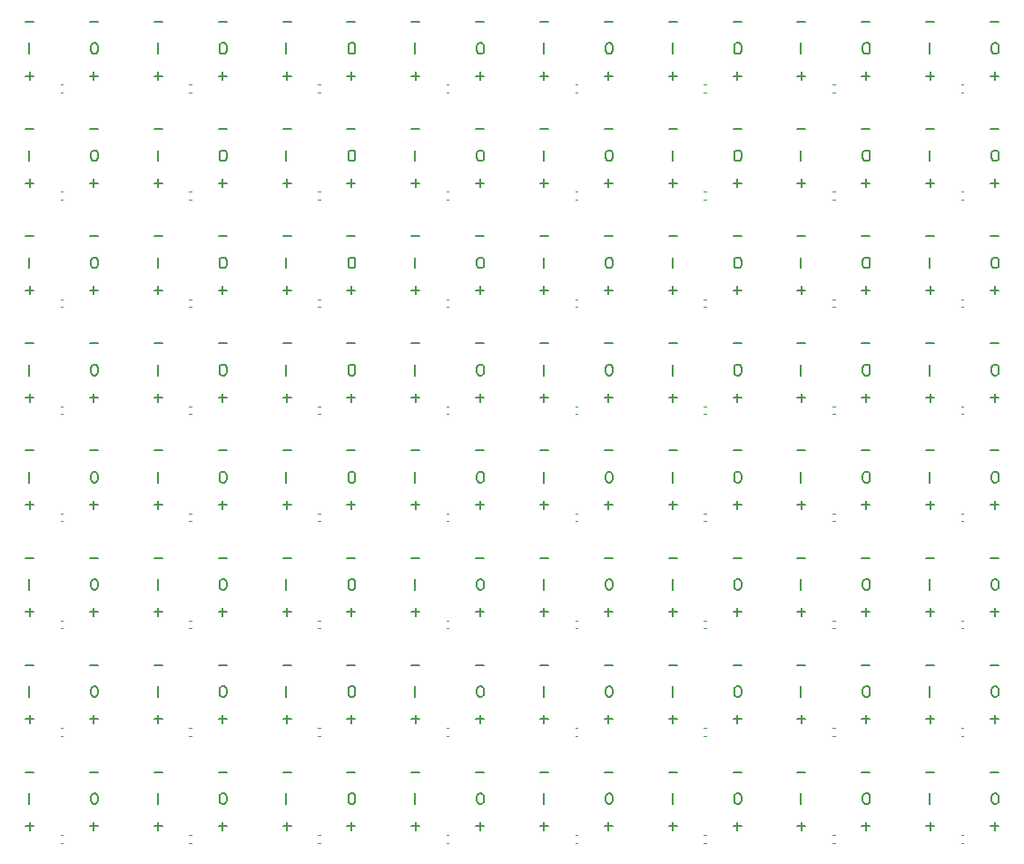
<source format=gbr>
%TF.GenerationSoftware,KiCad,Pcbnew,8.0.5*%
%TF.CreationDate,2024-10-23T08:28:05+02:00*%
%TF.ProjectId,ws2812b_carry,77733238-3132-4625-9f63-617272792e6b,rev?*%
%TF.SameCoordinates,Original*%
%TF.FileFunction,Legend,Top*%
%TF.FilePolarity,Positive*%
%FSLAX46Y46*%
G04 Gerber Fmt 4.6, Leading zero omitted, Abs format (unit mm)*
G04 Created by KiCad (PCBNEW 8.0.5) date 2024-10-23 08:28:05*
%MOMM*%
%LPD*%
G01*
G04 APERTURE LIST*
%ADD10C,0.200000*%
%ADD11C,0.120000*%
G04 APERTURE END LIST*
D10*
X102619048Y-52521266D02*
X103380953Y-52521266D01*
X103000000Y-52902219D02*
X103000000Y-52140314D01*
X108619048Y-37471266D02*
X109380953Y-37471266D01*
X72954762Y-69452219D02*
X73145238Y-69452219D01*
X73145238Y-69452219D02*
X73240476Y-69499838D01*
X73240476Y-69499838D02*
X73335714Y-69595076D01*
X73335714Y-69595076D02*
X73383333Y-69785552D01*
X73383333Y-69785552D02*
X73383333Y-70118885D01*
X73383333Y-70118885D02*
X73335714Y-70309361D01*
X73335714Y-70309361D02*
X73240476Y-70404600D01*
X73240476Y-70404600D02*
X73145238Y-70452219D01*
X73145238Y-70452219D02*
X72954762Y-70452219D01*
X72954762Y-70452219D02*
X72859524Y-70404600D01*
X72859524Y-70404600D02*
X72764286Y-70309361D01*
X72764286Y-70309361D02*
X72716667Y-70118885D01*
X72716667Y-70118885D02*
X72716667Y-69785552D01*
X72716667Y-69785552D02*
X72764286Y-69595076D01*
X72764286Y-69595076D02*
X72859524Y-69499838D01*
X72859524Y-69499838D02*
X72954762Y-69452219D01*
X132619048Y-52521266D02*
X133380953Y-52521266D01*
X133000000Y-52902219D02*
X133000000Y-52140314D01*
X84619048Y-87471266D02*
X85380953Y-87471266D01*
X96619048Y-37471266D02*
X97380953Y-37471266D01*
X156619048Y-32521266D02*
X157380953Y-32521266D01*
X157000000Y-32902219D02*
X157000000Y-32140314D01*
X78619048Y-37471266D02*
X79380953Y-37471266D01*
X114950000Y-40452219D02*
X114950000Y-39452219D01*
X102619048Y-47471266D02*
X103380953Y-47471266D01*
X78950000Y-50452219D02*
X78950000Y-49452219D01*
X150619048Y-97471266D02*
X151380953Y-97471266D01*
X132619048Y-42521266D02*
X133380953Y-42521266D01*
X133000000Y-42902219D02*
X133000000Y-42140314D01*
X150950000Y-70452219D02*
X150950000Y-69452219D01*
X138619048Y-42521266D02*
X139380953Y-42521266D01*
X139000000Y-42902219D02*
X139000000Y-42140314D01*
X120954762Y-79452219D02*
X121145238Y-79452219D01*
X121145238Y-79452219D02*
X121240476Y-79499838D01*
X121240476Y-79499838D02*
X121335714Y-79595076D01*
X121335714Y-79595076D02*
X121383333Y-79785552D01*
X121383333Y-79785552D02*
X121383333Y-80118885D01*
X121383333Y-80118885D02*
X121335714Y-80309361D01*
X121335714Y-80309361D02*
X121240476Y-80404600D01*
X121240476Y-80404600D02*
X121145238Y-80452219D01*
X121145238Y-80452219D02*
X120954762Y-80452219D01*
X120954762Y-80452219D02*
X120859524Y-80404600D01*
X120859524Y-80404600D02*
X120764286Y-80309361D01*
X120764286Y-80309361D02*
X120716667Y-80118885D01*
X120716667Y-80118885D02*
X120716667Y-79785552D01*
X120716667Y-79785552D02*
X120764286Y-79595076D01*
X120764286Y-79595076D02*
X120859524Y-79499838D01*
X120859524Y-79499838D02*
X120954762Y-79452219D01*
X156619048Y-52521266D02*
X157380953Y-52521266D01*
X157000000Y-52902219D02*
X157000000Y-52140314D01*
X156954762Y-59452219D02*
X157145238Y-59452219D01*
X157145238Y-59452219D02*
X157240476Y-59499838D01*
X157240476Y-59499838D02*
X157335714Y-59595076D01*
X157335714Y-59595076D02*
X157383333Y-59785552D01*
X157383333Y-59785552D02*
X157383333Y-60118885D01*
X157383333Y-60118885D02*
X157335714Y-60309361D01*
X157335714Y-60309361D02*
X157240476Y-60404600D01*
X157240476Y-60404600D02*
X157145238Y-60452219D01*
X157145238Y-60452219D02*
X156954762Y-60452219D01*
X156954762Y-60452219D02*
X156859524Y-60404600D01*
X156859524Y-60404600D02*
X156764286Y-60309361D01*
X156764286Y-60309361D02*
X156716667Y-60118885D01*
X156716667Y-60118885D02*
X156716667Y-59785552D01*
X156716667Y-59785552D02*
X156764286Y-59595076D01*
X156764286Y-59595076D02*
X156859524Y-59499838D01*
X156859524Y-59499838D02*
X156954762Y-59452219D01*
X156619048Y-37471266D02*
X157380953Y-37471266D01*
X108619048Y-52521266D02*
X109380953Y-52521266D01*
X109000000Y-52902219D02*
X109000000Y-52140314D01*
X114950000Y-100452219D02*
X114950000Y-99452219D01*
X144619048Y-52521266D02*
X145380953Y-52521266D01*
X145000000Y-52902219D02*
X145000000Y-52140314D01*
X66950000Y-40452219D02*
X66950000Y-39452219D01*
X156619048Y-82521266D02*
X157380953Y-82521266D01*
X157000000Y-82902219D02*
X157000000Y-82140314D01*
X114619048Y-92521266D02*
X115380953Y-92521266D01*
X115000000Y-92902219D02*
X115000000Y-92140314D01*
X96619048Y-32521266D02*
X97380953Y-32521266D01*
X97000000Y-32902219D02*
X97000000Y-32140314D01*
X144619048Y-57471266D02*
X145380953Y-57471266D01*
X84954762Y-39452219D02*
X85145238Y-39452219D01*
X85145238Y-39452219D02*
X85240476Y-39499838D01*
X85240476Y-39499838D02*
X85335714Y-39595076D01*
X85335714Y-39595076D02*
X85383333Y-39785552D01*
X85383333Y-39785552D02*
X85383333Y-40118885D01*
X85383333Y-40118885D02*
X85335714Y-40309361D01*
X85335714Y-40309361D02*
X85240476Y-40404600D01*
X85240476Y-40404600D02*
X85145238Y-40452219D01*
X85145238Y-40452219D02*
X84954762Y-40452219D01*
X84954762Y-40452219D02*
X84859524Y-40404600D01*
X84859524Y-40404600D02*
X84764286Y-40309361D01*
X84764286Y-40309361D02*
X84716667Y-40118885D01*
X84716667Y-40118885D02*
X84716667Y-39785552D01*
X84716667Y-39785552D02*
X84764286Y-39595076D01*
X84764286Y-39595076D02*
X84859524Y-39499838D01*
X84859524Y-39499838D02*
X84954762Y-39452219D01*
X156619048Y-47471266D02*
X157380953Y-47471266D01*
X90619048Y-67471266D02*
X91380953Y-67471266D01*
X156954762Y-69452219D02*
X157145238Y-69452219D01*
X157145238Y-69452219D02*
X157240476Y-69499838D01*
X157240476Y-69499838D02*
X157335714Y-69595076D01*
X157335714Y-69595076D02*
X157383333Y-69785552D01*
X157383333Y-69785552D02*
X157383333Y-70118885D01*
X157383333Y-70118885D02*
X157335714Y-70309361D01*
X157335714Y-70309361D02*
X157240476Y-70404600D01*
X157240476Y-70404600D02*
X157145238Y-70452219D01*
X157145238Y-70452219D02*
X156954762Y-70452219D01*
X156954762Y-70452219D02*
X156859524Y-70404600D01*
X156859524Y-70404600D02*
X156764286Y-70309361D01*
X156764286Y-70309361D02*
X156716667Y-70118885D01*
X156716667Y-70118885D02*
X156716667Y-69785552D01*
X156716667Y-69785552D02*
X156764286Y-69595076D01*
X156764286Y-69595076D02*
X156859524Y-69499838D01*
X156859524Y-69499838D02*
X156954762Y-69452219D01*
X144954762Y-59452219D02*
X145145238Y-59452219D01*
X145145238Y-59452219D02*
X145240476Y-59499838D01*
X145240476Y-59499838D02*
X145335714Y-59595076D01*
X145335714Y-59595076D02*
X145383333Y-59785552D01*
X145383333Y-59785552D02*
X145383333Y-60118885D01*
X145383333Y-60118885D02*
X145335714Y-60309361D01*
X145335714Y-60309361D02*
X145240476Y-60404600D01*
X145240476Y-60404600D02*
X145145238Y-60452219D01*
X145145238Y-60452219D02*
X144954762Y-60452219D01*
X144954762Y-60452219D02*
X144859524Y-60404600D01*
X144859524Y-60404600D02*
X144764286Y-60309361D01*
X144764286Y-60309361D02*
X144716667Y-60118885D01*
X144716667Y-60118885D02*
X144716667Y-59785552D01*
X144716667Y-59785552D02*
X144764286Y-59595076D01*
X144764286Y-59595076D02*
X144859524Y-59499838D01*
X144859524Y-59499838D02*
X144954762Y-59452219D01*
X90950000Y-70452219D02*
X90950000Y-69452219D01*
X108954762Y-89452219D02*
X109145238Y-89452219D01*
X109145238Y-89452219D02*
X109240476Y-89499838D01*
X109240476Y-89499838D02*
X109335714Y-89595076D01*
X109335714Y-89595076D02*
X109383333Y-89785552D01*
X109383333Y-89785552D02*
X109383333Y-90118885D01*
X109383333Y-90118885D02*
X109335714Y-90309361D01*
X109335714Y-90309361D02*
X109240476Y-90404600D01*
X109240476Y-90404600D02*
X109145238Y-90452219D01*
X109145238Y-90452219D02*
X108954762Y-90452219D01*
X108954762Y-90452219D02*
X108859524Y-90404600D01*
X108859524Y-90404600D02*
X108764286Y-90309361D01*
X108764286Y-90309361D02*
X108716667Y-90118885D01*
X108716667Y-90118885D02*
X108716667Y-89785552D01*
X108716667Y-89785552D02*
X108764286Y-89595076D01*
X108764286Y-89595076D02*
X108859524Y-89499838D01*
X108859524Y-89499838D02*
X108954762Y-89452219D01*
X96619048Y-97471266D02*
X97380953Y-97471266D01*
X66950000Y-60452219D02*
X66950000Y-59452219D01*
X138619048Y-102521266D02*
X139380953Y-102521266D01*
X139000000Y-102902219D02*
X139000000Y-102140314D01*
X126619048Y-102521266D02*
X127380953Y-102521266D01*
X127000000Y-102902219D02*
X127000000Y-102140314D01*
X72619048Y-72521266D02*
X73380953Y-72521266D01*
X73000000Y-72902219D02*
X73000000Y-72140314D01*
X84954762Y-69452219D02*
X85145238Y-69452219D01*
X85145238Y-69452219D02*
X85240476Y-69499838D01*
X85240476Y-69499838D02*
X85335714Y-69595076D01*
X85335714Y-69595076D02*
X85383333Y-69785552D01*
X85383333Y-69785552D02*
X85383333Y-70118885D01*
X85383333Y-70118885D02*
X85335714Y-70309361D01*
X85335714Y-70309361D02*
X85240476Y-70404600D01*
X85240476Y-70404600D02*
X85145238Y-70452219D01*
X85145238Y-70452219D02*
X84954762Y-70452219D01*
X84954762Y-70452219D02*
X84859524Y-70404600D01*
X84859524Y-70404600D02*
X84764286Y-70309361D01*
X84764286Y-70309361D02*
X84716667Y-70118885D01*
X84716667Y-70118885D02*
X84716667Y-69785552D01*
X84716667Y-69785552D02*
X84764286Y-69595076D01*
X84764286Y-69595076D02*
X84859524Y-69499838D01*
X84859524Y-69499838D02*
X84954762Y-69452219D01*
X114619048Y-67471266D02*
X115380953Y-67471266D01*
X84619048Y-62521266D02*
X85380953Y-62521266D01*
X85000000Y-62902219D02*
X85000000Y-62140314D01*
X84619048Y-97471266D02*
X85380953Y-97471266D01*
X120619048Y-42521266D02*
X121380953Y-42521266D01*
X121000000Y-42902219D02*
X121000000Y-42140314D01*
X120619048Y-82521266D02*
X121380953Y-82521266D01*
X121000000Y-82902219D02*
X121000000Y-82140314D01*
X144619048Y-92521266D02*
X145380953Y-92521266D01*
X145000000Y-92902219D02*
X145000000Y-92140314D01*
X150619048Y-62521266D02*
X151380953Y-62521266D01*
X151000000Y-62902219D02*
X151000000Y-62140314D01*
X66950000Y-80452219D02*
X66950000Y-79452219D01*
X138950000Y-100452219D02*
X138950000Y-99452219D01*
X126619048Y-92521266D02*
X127380953Y-92521266D01*
X127000000Y-92902219D02*
X127000000Y-92140314D01*
X132619048Y-57471266D02*
X133380953Y-57471266D01*
X132954762Y-69452219D02*
X133145238Y-69452219D01*
X133145238Y-69452219D02*
X133240476Y-69499838D01*
X133240476Y-69499838D02*
X133335714Y-69595076D01*
X133335714Y-69595076D02*
X133383333Y-69785552D01*
X133383333Y-69785552D02*
X133383333Y-70118885D01*
X133383333Y-70118885D02*
X133335714Y-70309361D01*
X133335714Y-70309361D02*
X133240476Y-70404600D01*
X133240476Y-70404600D02*
X133145238Y-70452219D01*
X133145238Y-70452219D02*
X132954762Y-70452219D01*
X132954762Y-70452219D02*
X132859524Y-70404600D01*
X132859524Y-70404600D02*
X132764286Y-70309361D01*
X132764286Y-70309361D02*
X132716667Y-70118885D01*
X132716667Y-70118885D02*
X132716667Y-69785552D01*
X132716667Y-69785552D02*
X132764286Y-69595076D01*
X132764286Y-69595076D02*
X132859524Y-69499838D01*
X132859524Y-69499838D02*
X132954762Y-69452219D01*
X78619048Y-47471266D02*
X79380953Y-47471266D01*
X66950000Y-50452219D02*
X66950000Y-49452219D01*
X120954762Y-89452219D02*
X121145238Y-89452219D01*
X121145238Y-89452219D02*
X121240476Y-89499838D01*
X121240476Y-89499838D02*
X121335714Y-89595076D01*
X121335714Y-89595076D02*
X121383333Y-89785552D01*
X121383333Y-89785552D02*
X121383333Y-90118885D01*
X121383333Y-90118885D02*
X121335714Y-90309361D01*
X121335714Y-90309361D02*
X121240476Y-90404600D01*
X121240476Y-90404600D02*
X121145238Y-90452219D01*
X121145238Y-90452219D02*
X120954762Y-90452219D01*
X120954762Y-90452219D02*
X120859524Y-90404600D01*
X120859524Y-90404600D02*
X120764286Y-90309361D01*
X120764286Y-90309361D02*
X120716667Y-90118885D01*
X120716667Y-90118885D02*
X120716667Y-89785552D01*
X120716667Y-89785552D02*
X120764286Y-89595076D01*
X120764286Y-89595076D02*
X120859524Y-89499838D01*
X120859524Y-89499838D02*
X120954762Y-89452219D01*
X108619048Y-82521266D02*
X109380953Y-82521266D01*
X109000000Y-82902219D02*
X109000000Y-82140314D01*
X126950000Y-100452219D02*
X126950000Y-99452219D01*
X84954762Y-29452219D02*
X85145238Y-29452219D01*
X85145238Y-29452219D02*
X85240476Y-29499838D01*
X85240476Y-29499838D02*
X85335714Y-29595076D01*
X85335714Y-29595076D02*
X85383333Y-29785552D01*
X85383333Y-29785552D02*
X85383333Y-30118885D01*
X85383333Y-30118885D02*
X85335714Y-30309361D01*
X85335714Y-30309361D02*
X85240476Y-30404600D01*
X85240476Y-30404600D02*
X85145238Y-30452219D01*
X85145238Y-30452219D02*
X84954762Y-30452219D01*
X84954762Y-30452219D02*
X84859524Y-30404600D01*
X84859524Y-30404600D02*
X84764286Y-30309361D01*
X84764286Y-30309361D02*
X84716667Y-30118885D01*
X84716667Y-30118885D02*
X84716667Y-29785552D01*
X84716667Y-29785552D02*
X84764286Y-29595076D01*
X84764286Y-29595076D02*
X84859524Y-29499838D01*
X84859524Y-29499838D02*
X84954762Y-29452219D01*
X72954762Y-39452219D02*
X73145238Y-39452219D01*
X73145238Y-39452219D02*
X73240476Y-39499838D01*
X73240476Y-39499838D02*
X73335714Y-39595076D01*
X73335714Y-39595076D02*
X73383333Y-39785552D01*
X73383333Y-39785552D02*
X73383333Y-40118885D01*
X73383333Y-40118885D02*
X73335714Y-40309361D01*
X73335714Y-40309361D02*
X73240476Y-40404600D01*
X73240476Y-40404600D02*
X73145238Y-40452219D01*
X73145238Y-40452219D02*
X72954762Y-40452219D01*
X72954762Y-40452219D02*
X72859524Y-40404600D01*
X72859524Y-40404600D02*
X72764286Y-40309361D01*
X72764286Y-40309361D02*
X72716667Y-40118885D01*
X72716667Y-40118885D02*
X72716667Y-39785552D01*
X72716667Y-39785552D02*
X72764286Y-39595076D01*
X72764286Y-39595076D02*
X72859524Y-39499838D01*
X72859524Y-39499838D02*
X72954762Y-39452219D01*
X102619048Y-87471266D02*
X103380953Y-87471266D01*
X96619048Y-47471266D02*
X97380953Y-47471266D01*
X72619048Y-32521266D02*
X73380953Y-32521266D01*
X73000000Y-32902219D02*
X73000000Y-32140314D01*
X84619048Y-72521266D02*
X85380953Y-72521266D01*
X85000000Y-72902219D02*
X85000000Y-72140314D01*
X78619048Y-97471266D02*
X79380953Y-97471266D01*
X66619048Y-97471266D02*
X67380953Y-97471266D01*
X72619048Y-67471266D02*
X73380953Y-67471266D01*
X102619048Y-77471266D02*
X103380953Y-77471266D01*
X132954762Y-59452219D02*
X133145238Y-59452219D01*
X133145238Y-59452219D02*
X133240476Y-59499838D01*
X133240476Y-59499838D02*
X133335714Y-59595076D01*
X133335714Y-59595076D02*
X133383333Y-59785552D01*
X133383333Y-59785552D02*
X133383333Y-60118885D01*
X133383333Y-60118885D02*
X133335714Y-60309361D01*
X133335714Y-60309361D02*
X133240476Y-60404600D01*
X133240476Y-60404600D02*
X133145238Y-60452219D01*
X133145238Y-60452219D02*
X132954762Y-60452219D01*
X132954762Y-60452219D02*
X132859524Y-60404600D01*
X132859524Y-60404600D02*
X132764286Y-60309361D01*
X132764286Y-60309361D02*
X132716667Y-60118885D01*
X132716667Y-60118885D02*
X132716667Y-59785552D01*
X132716667Y-59785552D02*
X132764286Y-59595076D01*
X132764286Y-59595076D02*
X132859524Y-59499838D01*
X132859524Y-59499838D02*
X132954762Y-59452219D01*
X120954762Y-99452219D02*
X121145238Y-99452219D01*
X121145238Y-99452219D02*
X121240476Y-99499838D01*
X121240476Y-99499838D02*
X121335714Y-99595076D01*
X121335714Y-99595076D02*
X121383333Y-99785552D01*
X121383333Y-99785552D02*
X121383333Y-100118885D01*
X121383333Y-100118885D02*
X121335714Y-100309361D01*
X121335714Y-100309361D02*
X121240476Y-100404600D01*
X121240476Y-100404600D02*
X121145238Y-100452219D01*
X121145238Y-100452219D02*
X120954762Y-100452219D01*
X120954762Y-100452219D02*
X120859524Y-100404600D01*
X120859524Y-100404600D02*
X120764286Y-100309361D01*
X120764286Y-100309361D02*
X120716667Y-100118885D01*
X120716667Y-100118885D02*
X120716667Y-99785552D01*
X120716667Y-99785552D02*
X120764286Y-99595076D01*
X120764286Y-99595076D02*
X120859524Y-99499838D01*
X120859524Y-99499838D02*
X120954762Y-99452219D01*
X90619048Y-77471266D02*
X91380953Y-77471266D01*
X90619048Y-27471266D02*
X91380953Y-27471266D01*
X114619048Y-82521266D02*
X115380953Y-82521266D01*
X115000000Y-82902219D02*
X115000000Y-82140314D01*
X114619048Y-42521266D02*
X115380953Y-42521266D01*
X115000000Y-42902219D02*
X115000000Y-42140314D01*
X90950000Y-40452219D02*
X90950000Y-39452219D01*
X120619048Y-62521266D02*
X121380953Y-62521266D01*
X121000000Y-62902219D02*
X121000000Y-62140314D01*
X96619048Y-72521266D02*
X97380953Y-72521266D01*
X97000000Y-72902219D02*
X97000000Y-72140314D01*
X72619048Y-57471266D02*
X73380953Y-57471266D01*
X132619048Y-92521266D02*
X133380953Y-92521266D01*
X133000000Y-92902219D02*
X133000000Y-92140314D01*
X144954762Y-89452219D02*
X145145238Y-89452219D01*
X145145238Y-89452219D02*
X145240476Y-89499838D01*
X145240476Y-89499838D02*
X145335714Y-89595076D01*
X145335714Y-89595076D02*
X145383333Y-89785552D01*
X145383333Y-89785552D02*
X145383333Y-90118885D01*
X145383333Y-90118885D02*
X145335714Y-90309361D01*
X145335714Y-90309361D02*
X145240476Y-90404600D01*
X145240476Y-90404600D02*
X145145238Y-90452219D01*
X145145238Y-90452219D02*
X144954762Y-90452219D01*
X144954762Y-90452219D02*
X144859524Y-90404600D01*
X144859524Y-90404600D02*
X144764286Y-90309361D01*
X144764286Y-90309361D02*
X144716667Y-90118885D01*
X144716667Y-90118885D02*
X144716667Y-89785552D01*
X144716667Y-89785552D02*
X144764286Y-89595076D01*
X144764286Y-89595076D02*
X144859524Y-89499838D01*
X144859524Y-89499838D02*
X144954762Y-89452219D01*
X156619048Y-27471266D02*
X157380953Y-27471266D01*
X90619048Y-32521266D02*
X91380953Y-32521266D01*
X91000000Y-32902219D02*
X91000000Y-32140314D01*
X84619048Y-47471266D02*
X85380953Y-47471266D01*
X144954762Y-39452219D02*
X145145238Y-39452219D01*
X145145238Y-39452219D02*
X145240476Y-39499838D01*
X145240476Y-39499838D02*
X145335714Y-39595076D01*
X145335714Y-39595076D02*
X145383333Y-39785552D01*
X145383333Y-39785552D02*
X145383333Y-40118885D01*
X145383333Y-40118885D02*
X145335714Y-40309361D01*
X145335714Y-40309361D02*
X145240476Y-40404600D01*
X145240476Y-40404600D02*
X145145238Y-40452219D01*
X145145238Y-40452219D02*
X144954762Y-40452219D01*
X144954762Y-40452219D02*
X144859524Y-40404600D01*
X144859524Y-40404600D02*
X144764286Y-40309361D01*
X144764286Y-40309361D02*
X144716667Y-40118885D01*
X144716667Y-40118885D02*
X144716667Y-39785552D01*
X144716667Y-39785552D02*
X144764286Y-39595076D01*
X144764286Y-39595076D02*
X144859524Y-39499838D01*
X144859524Y-39499838D02*
X144954762Y-39452219D01*
X144954762Y-79452219D02*
X145145238Y-79452219D01*
X145145238Y-79452219D02*
X145240476Y-79499838D01*
X145240476Y-79499838D02*
X145335714Y-79595076D01*
X145335714Y-79595076D02*
X145383333Y-79785552D01*
X145383333Y-79785552D02*
X145383333Y-80118885D01*
X145383333Y-80118885D02*
X145335714Y-80309361D01*
X145335714Y-80309361D02*
X145240476Y-80404600D01*
X145240476Y-80404600D02*
X145145238Y-80452219D01*
X145145238Y-80452219D02*
X144954762Y-80452219D01*
X144954762Y-80452219D02*
X144859524Y-80404600D01*
X144859524Y-80404600D02*
X144764286Y-80309361D01*
X144764286Y-80309361D02*
X144716667Y-80118885D01*
X144716667Y-80118885D02*
X144716667Y-79785552D01*
X144716667Y-79785552D02*
X144764286Y-79595076D01*
X144764286Y-79595076D02*
X144859524Y-79499838D01*
X144859524Y-79499838D02*
X144954762Y-79452219D01*
X108954762Y-79452219D02*
X109145238Y-79452219D01*
X109145238Y-79452219D02*
X109240476Y-79499838D01*
X109240476Y-79499838D02*
X109335714Y-79595076D01*
X109335714Y-79595076D02*
X109383333Y-79785552D01*
X109383333Y-79785552D02*
X109383333Y-80118885D01*
X109383333Y-80118885D02*
X109335714Y-80309361D01*
X109335714Y-80309361D02*
X109240476Y-80404600D01*
X109240476Y-80404600D02*
X109145238Y-80452219D01*
X109145238Y-80452219D02*
X108954762Y-80452219D01*
X108954762Y-80452219D02*
X108859524Y-80404600D01*
X108859524Y-80404600D02*
X108764286Y-80309361D01*
X108764286Y-80309361D02*
X108716667Y-80118885D01*
X108716667Y-80118885D02*
X108716667Y-79785552D01*
X108716667Y-79785552D02*
X108764286Y-79595076D01*
X108764286Y-79595076D02*
X108859524Y-79499838D01*
X108859524Y-79499838D02*
X108954762Y-79452219D01*
X138950000Y-70452219D02*
X138950000Y-69452219D01*
X102950000Y-60452219D02*
X102950000Y-59452219D01*
X138619048Y-67471266D02*
X139380953Y-67471266D01*
X96954762Y-69452219D02*
X97145238Y-69452219D01*
X97145238Y-69452219D02*
X97240476Y-69499838D01*
X97240476Y-69499838D02*
X97335714Y-69595076D01*
X97335714Y-69595076D02*
X97383333Y-69785552D01*
X97383333Y-69785552D02*
X97383333Y-70118885D01*
X97383333Y-70118885D02*
X97335714Y-70309361D01*
X97335714Y-70309361D02*
X97240476Y-70404600D01*
X97240476Y-70404600D02*
X97145238Y-70452219D01*
X97145238Y-70452219D02*
X96954762Y-70452219D01*
X96954762Y-70452219D02*
X96859524Y-70404600D01*
X96859524Y-70404600D02*
X96764286Y-70309361D01*
X96764286Y-70309361D02*
X96716667Y-70118885D01*
X96716667Y-70118885D02*
X96716667Y-69785552D01*
X96716667Y-69785552D02*
X96764286Y-69595076D01*
X96764286Y-69595076D02*
X96859524Y-69499838D01*
X96859524Y-69499838D02*
X96954762Y-69452219D01*
X114619048Y-52521266D02*
X115380953Y-52521266D01*
X115000000Y-52902219D02*
X115000000Y-52140314D01*
X156619048Y-77471266D02*
X157380953Y-77471266D01*
X150619048Y-42521266D02*
X151380953Y-42521266D01*
X151000000Y-42902219D02*
X151000000Y-42140314D01*
X96954762Y-99452219D02*
X97145238Y-99452219D01*
X97145238Y-99452219D02*
X97240476Y-99499838D01*
X97240476Y-99499838D02*
X97335714Y-99595076D01*
X97335714Y-99595076D02*
X97383333Y-99785552D01*
X97383333Y-99785552D02*
X97383333Y-100118885D01*
X97383333Y-100118885D02*
X97335714Y-100309361D01*
X97335714Y-100309361D02*
X97240476Y-100404600D01*
X97240476Y-100404600D02*
X97145238Y-100452219D01*
X97145238Y-100452219D02*
X96954762Y-100452219D01*
X96954762Y-100452219D02*
X96859524Y-100404600D01*
X96859524Y-100404600D02*
X96764286Y-100309361D01*
X96764286Y-100309361D02*
X96716667Y-100118885D01*
X96716667Y-100118885D02*
X96716667Y-99785552D01*
X96716667Y-99785552D02*
X96764286Y-99595076D01*
X96764286Y-99595076D02*
X96859524Y-99499838D01*
X96859524Y-99499838D02*
X96954762Y-99452219D01*
X72954762Y-59452219D02*
X73145238Y-59452219D01*
X73145238Y-59452219D02*
X73240476Y-59499838D01*
X73240476Y-59499838D02*
X73335714Y-59595076D01*
X73335714Y-59595076D02*
X73383333Y-59785552D01*
X73383333Y-59785552D02*
X73383333Y-60118885D01*
X73383333Y-60118885D02*
X73335714Y-60309361D01*
X73335714Y-60309361D02*
X73240476Y-60404600D01*
X73240476Y-60404600D02*
X73145238Y-60452219D01*
X73145238Y-60452219D02*
X72954762Y-60452219D01*
X72954762Y-60452219D02*
X72859524Y-60404600D01*
X72859524Y-60404600D02*
X72764286Y-60309361D01*
X72764286Y-60309361D02*
X72716667Y-60118885D01*
X72716667Y-60118885D02*
X72716667Y-59785552D01*
X72716667Y-59785552D02*
X72764286Y-59595076D01*
X72764286Y-59595076D02*
X72859524Y-59499838D01*
X72859524Y-59499838D02*
X72954762Y-59452219D01*
X108619048Y-42521266D02*
X109380953Y-42521266D01*
X109000000Y-42902219D02*
X109000000Y-42140314D01*
X150619048Y-82521266D02*
X151380953Y-82521266D01*
X151000000Y-82902219D02*
X151000000Y-82140314D01*
X114950000Y-60452219D02*
X114950000Y-59452219D01*
X126619048Y-72521266D02*
X127380953Y-72521266D01*
X127000000Y-72902219D02*
X127000000Y-72140314D01*
X126950000Y-60452219D02*
X126950000Y-59452219D01*
X78619048Y-52521266D02*
X79380953Y-52521266D01*
X79000000Y-52902219D02*
X79000000Y-52140314D01*
X120954762Y-59452219D02*
X121145238Y-59452219D01*
X121145238Y-59452219D02*
X121240476Y-59499838D01*
X121240476Y-59499838D02*
X121335714Y-59595076D01*
X121335714Y-59595076D02*
X121383333Y-59785552D01*
X121383333Y-59785552D02*
X121383333Y-60118885D01*
X121383333Y-60118885D02*
X121335714Y-60309361D01*
X121335714Y-60309361D02*
X121240476Y-60404600D01*
X121240476Y-60404600D02*
X121145238Y-60452219D01*
X121145238Y-60452219D02*
X120954762Y-60452219D01*
X120954762Y-60452219D02*
X120859524Y-60404600D01*
X120859524Y-60404600D02*
X120764286Y-60309361D01*
X120764286Y-60309361D02*
X120716667Y-60118885D01*
X120716667Y-60118885D02*
X120716667Y-59785552D01*
X120716667Y-59785552D02*
X120764286Y-59595076D01*
X120764286Y-59595076D02*
X120859524Y-59499838D01*
X120859524Y-59499838D02*
X120954762Y-59452219D01*
X132619048Y-72521266D02*
X133380953Y-72521266D01*
X133000000Y-72902219D02*
X133000000Y-72140314D01*
X138619048Y-32521266D02*
X139380953Y-32521266D01*
X139000000Y-32902219D02*
X139000000Y-32140314D01*
X72954762Y-79452219D02*
X73145238Y-79452219D01*
X73145238Y-79452219D02*
X73240476Y-79499838D01*
X73240476Y-79499838D02*
X73335714Y-79595076D01*
X73335714Y-79595076D02*
X73383333Y-79785552D01*
X73383333Y-79785552D02*
X73383333Y-80118885D01*
X73383333Y-80118885D02*
X73335714Y-80309361D01*
X73335714Y-80309361D02*
X73240476Y-80404600D01*
X73240476Y-80404600D02*
X73145238Y-80452219D01*
X73145238Y-80452219D02*
X72954762Y-80452219D01*
X72954762Y-80452219D02*
X72859524Y-80404600D01*
X72859524Y-80404600D02*
X72764286Y-80309361D01*
X72764286Y-80309361D02*
X72716667Y-80118885D01*
X72716667Y-80118885D02*
X72716667Y-79785552D01*
X72716667Y-79785552D02*
X72764286Y-79595076D01*
X72764286Y-79595076D02*
X72859524Y-79499838D01*
X72859524Y-79499838D02*
X72954762Y-79452219D01*
X96619048Y-27471266D02*
X97380953Y-27471266D01*
X150619048Y-52521266D02*
X151380953Y-52521266D01*
X151000000Y-52902219D02*
X151000000Y-52140314D01*
X120619048Y-37471266D02*
X121380953Y-37471266D01*
X150950000Y-100452219D02*
X150950000Y-99452219D01*
X132619048Y-67471266D02*
X133380953Y-67471266D01*
X72619048Y-52521266D02*
X73380953Y-52521266D01*
X73000000Y-52902219D02*
X73000000Y-52140314D01*
X66619048Y-72521266D02*
X67380953Y-72521266D01*
X67000000Y-72902219D02*
X67000000Y-72140314D01*
X72954762Y-49452219D02*
X73145238Y-49452219D01*
X73145238Y-49452219D02*
X73240476Y-49499838D01*
X73240476Y-49499838D02*
X73335714Y-49595076D01*
X73335714Y-49595076D02*
X73383333Y-49785552D01*
X73383333Y-49785552D02*
X73383333Y-50118885D01*
X73383333Y-50118885D02*
X73335714Y-50309361D01*
X73335714Y-50309361D02*
X73240476Y-50404600D01*
X73240476Y-50404600D02*
X73145238Y-50452219D01*
X73145238Y-50452219D02*
X72954762Y-50452219D01*
X72954762Y-50452219D02*
X72859524Y-50404600D01*
X72859524Y-50404600D02*
X72764286Y-50309361D01*
X72764286Y-50309361D02*
X72716667Y-50118885D01*
X72716667Y-50118885D02*
X72716667Y-49785552D01*
X72716667Y-49785552D02*
X72764286Y-49595076D01*
X72764286Y-49595076D02*
X72859524Y-49499838D01*
X72859524Y-49499838D02*
X72954762Y-49452219D01*
X114619048Y-37471266D02*
X115380953Y-37471266D01*
X66619048Y-102521266D02*
X67380953Y-102521266D01*
X67000000Y-102902219D02*
X67000000Y-102140314D01*
X108619048Y-102521266D02*
X109380953Y-102521266D01*
X109000000Y-102902219D02*
X109000000Y-102140314D01*
X66619048Y-52521266D02*
X67380953Y-52521266D01*
X67000000Y-52902219D02*
X67000000Y-52140314D01*
X102950000Y-80452219D02*
X102950000Y-79452219D01*
X120954762Y-39452219D02*
X121145238Y-39452219D01*
X121145238Y-39452219D02*
X121240476Y-39499838D01*
X121240476Y-39499838D02*
X121335714Y-39595076D01*
X121335714Y-39595076D02*
X121383333Y-39785552D01*
X121383333Y-39785552D02*
X121383333Y-40118885D01*
X121383333Y-40118885D02*
X121335714Y-40309361D01*
X121335714Y-40309361D02*
X121240476Y-40404600D01*
X121240476Y-40404600D02*
X121145238Y-40452219D01*
X121145238Y-40452219D02*
X120954762Y-40452219D01*
X120954762Y-40452219D02*
X120859524Y-40404600D01*
X120859524Y-40404600D02*
X120764286Y-40309361D01*
X120764286Y-40309361D02*
X120716667Y-40118885D01*
X120716667Y-40118885D02*
X120716667Y-39785552D01*
X120716667Y-39785552D02*
X120764286Y-39595076D01*
X120764286Y-39595076D02*
X120859524Y-39499838D01*
X120859524Y-39499838D02*
X120954762Y-39452219D01*
X84619048Y-67471266D02*
X85380953Y-67471266D01*
X126619048Y-42521266D02*
X127380953Y-42521266D01*
X127000000Y-42902219D02*
X127000000Y-42140314D01*
X132954762Y-29452219D02*
X133145238Y-29452219D01*
X133145238Y-29452219D02*
X133240476Y-29499838D01*
X133240476Y-29499838D02*
X133335714Y-29595076D01*
X133335714Y-29595076D02*
X133383333Y-29785552D01*
X133383333Y-29785552D02*
X133383333Y-30118885D01*
X133383333Y-30118885D02*
X133335714Y-30309361D01*
X133335714Y-30309361D02*
X133240476Y-30404600D01*
X133240476Y-30404600D02*
X133145238Y-30452219D01*
X133145238Y-30452219D02*
X132954762Y-30452219D01*
X132954762Y-30452219D02*
X132859524Y-30404600D01*
X132859524Y-30404600D02*
X132764286Y-30309361D01*
X132764286Y-30309361D02*
X132716667Y-30118885D01*
X132716667Y-30118885D02*
X132716667Y-29785552D01*
X132716667Y-29785552D02*
X132764286Y-29595076D01*
X132764286Y-29595076D02*
X132859524Y-29499838D01*
X132859524Y-29499838D02*
X132954762Y-29452219D01*
X108619048Y-62521266D02*
X109380953Y-62521266D01*
X109000000Y-62902219D02*
X109000000Y-62140314D01*
X72619048Y-62521266D02*
X73380953Y-62521266D01*
X73000000Y-62902219D02*
X73000000Y-62140314D01*
X114619048Y-87471266D02*
X115380953Y-87471266D01*
X144619048Y-97471266D02*
X145380953Y-97471266D01*
X126619048Y-27471266D02*
X127380953Y-27471266D01*
X102619048Y-37471266D02*
X103380953Y-37471266D01*
X156619048Y-97471266D02*
X157380953Y-97471266D01*
X114619048Y-57471266D02*
X115380953Y-57471266D01*
X66619048Y-32521266D02*
X67380953Y-32521266D01*
X67000000Y-32902219D02*
X67000000Y-32140314D01*
X138950000Y-50452219D02*
X138950000Y-49452219D01*
X96619048Y-62521266D02*
X97380953Y-62521266D01*
X97000000Y-62902219D02*
X97000000Y-62140314D01*
X156619048Y-72521266D02*
X157380953Y-72521266D01*
X157000000Y-72902219D02*
X157000000Y-72140314D01*
X72619048Y-77471266D02*
X73380953Y-77471266D01*
X120619048Y-47471266D02*
X121380953Y-47471266D01*
X138950000Y-60452219D02*
X138950000Y-59452219D01*
X138950000Y-40452219D02*
X138950000Y-39452219D01*
X96954762Y-29452219D02*
X97145238Y-29452219D01*
X97145238Y-29452219D02*
X97240476Y-29499838D01*
X97240476Y-29499838D02*
X97335714Y-29595076D01*
X97335714Y-29595076D02*
X97383333Y-29785552D01*
X97383333Y-29785552D02*
X97383333Y-30118885D01*
X97383333Y-30118885D02*
X97335714Y-30309361D01*
X97335714Y-30309361D02*
X97240476Y-30404600D01*
X97240476Y-30404600D02*
X97145238Y-30452219D01*
X97145238Y-30452219D02*
X96954762Y-30452219D01*
X96954762Y-30452219D02*
X96859524Y-30404600D01*
X96859524Y-30404600D02*
X96764286Y-30309361D01*
X96764286Y-30309361D02*
X96716667Y-30118885D01*
X96716667Y-30118885D02*
X96716667Y-29785552D01*
X96716667Y-29785552D02*
X96764286Y-29595076D01*
X96764286Y-29595076D02*
X96859524Y-29499838D01*
X96859524Y-29499838D02*
X96954762Y-29452219D01*
X114619048Y-97471266D02*
X115380953Y-97471266D01*
X90950000Y-80452219D02*
X90950000Y-79452219D01*
X108619048Y-67471266D02*
X109380953Y-67471266D01*
X66950000Y-30452219D02*
X66950000Y-29452219D01*
X66619048Y-47471266D02*
X67380953Y-47471266D01*
X102619048Y-42521266D02*
X103380953Y-42521266D01*
X103000000Y-42902219D02*
X103000000Y-42140314D01*
X120619048Y-52521266D02*
X121380953Y-52521266D01*
X121000000Y-52902219D02*
X121000000Y-52140314D01*
X150950000Y-80452219D02*
X150950000Y-79452219D01*
X96619048Y-77471266D02*
X97380953Y-77471266D01*
X126619048Y-62521266D02*
X127380953Y-62521266D01*
X127000000Y-62902219D02*
X127000000Y-62140314D01*
X78619048Y-102521266D02*
X79380953Y-102521266D01*
X79000000Y-102902219D02*
X79000000Y-102140314D01*
X78619048Y-87471266D02*
X79380953Y-87471266D01*
X72619048Y-37471266D02*
X73380953Y-37471266D01*
X90619048Y-102521266D02*
X91380953Y-102521266D01*
X91000000Y-102902219D02*
X91000000Y-102140314D01*
X90619048Y-57471266D02*
X91380953Y-57471266D01*
X108619048Y-92521266D02*
X109380953Y-92521266D01*
X109000000Y-92902219D02*
X109000000Y-92140314D01*
X126619048Y-87471266D02*
X127380953Y-87471266D01*
X108619048Y-57471266D02*
X109380953Y-57471266D01*
X78619048Y-32521266D02*
X79380953Y-32521266D01*
X79000000Y-32902219D02*
X79000000Y-32140314D01*
X114950000Y-80452219D02*
X114950000Y-79452219D01*
X156954762Y-79452219D02*
X157145238Y-79452219D01*
X157145238Y-79452219D02*
X157240476Y-79499838D01*
X157240476Y-79499838D02*
X157335714Y-79595076D01*
X157335714Y-79595076D02*
X157383333Y-79785552D01*
X157383333Y-79785552D02*
X157383333Y-80118885D01*
X157383333Y-80118885D02*
X157335714Y-80309361D01*
X157335714Y-80309361D02*
X157240476Y-80404600D01*
X157240476Y-80404600D02*
X157145238Y-80452219D01*
X157145238Y-80452219D02*
X156954762Y-80452219D01*
X156954762Y-80452219D02*
X156859524Y-80404600D01*
X156859524Y-80404600D02*
X156764286Y-80309361D01*
X156764286Y-80309361D02*
X156716667Y-80118885D01*
X156716667Y-80118885D02*
X156716667Y-79785552D01*
X156716667Y-79785552D02*
X156764286Y-79595076D01*
X156764286Y-79595076D02*
X156859524Y-79499838D01*
X156859524Y-79499838D02*
X156954762Y-79452219D01*
X150619048Y-102521266D02*
X151380953Y-102521266D01*
X151000000Y-102902219D02*
X151000000Y-102140314D01*
X72619048Y-82521266D02*
X73380953Y-82521266D01*
X73000000Y-82902219D02*
X73000000Y-82140314D01*
X72619048Y-102521266D02*
X73380953Y-102521266D01*
X73000000Y-102902219D02*
X73000000Y-102140314D01*
X66619048Y-92521266D02*
X67380953Y-92521266D01*
X67000000Y-92902219D02*
X67000000Y-92140314D01*
X156619048Y-57471266D02*
X157380953Y-57471266D01*
X150619048Y-32521266D02*
X151380953Y-32521266D01*
X151000000Y-32902219D02*
X151000000Y-32140314D01*
X114950000Y-30452219D02*
X114950000Y-29452219D01*
X150950000Y-90452219D02*
X150950000Y-89452219D01*
X126619048Y-82521266D02*
X127380953Y-82521266D01*
X127000000Y-82902219D02*
X127000000Y-82140314D01*
X78619048Y-27471266D02*
X79380953Y-27471266D01*
X138619048Y-52521266D02*
X139380953Y-52521266D01*
X139000000Y-52902219D02*
X139000000Y-52140314D01*
X144619048Y-67471266D02*
X145380953Y-67471266D01*
X108954762Y-49452219D02*
X109145238Y-49452219D01*
X109145238Y-49452219D02*
X109240476Y-49499838D01*
X109240476Y-49499838D02*
X109335714Y-49595076D01*
X109335714Y-49595076D02*
X109383333Y-49785552D01*
X109383333Y-49785552D02*
X109383333Y-50118885D01*
X109383333Y-50118885D02*
X109335714Y-50309361D01*
X109335714Y-50309361D02*
X109240476Y-50404600D01*
X109240476Y-50404600D02*
X109145238Y-50452219D01*
X109145238Y-50452219D02*
X108954762Y-50452219D01*
X108954762Y-50452219D02*
X108859524Y-50404600D01*
X108859524Y-50404600D02*
X108764286Y-50309361D01*
X108764286Y-50309361D02*
X108716667Y-50118885D01*
X108716667Y-50118885D02*
X108716667Y-49785552D01*
X108716667Y-49785552D02*
X108764286Y-49595076D01*
X108764286Y-49595076D02*
X108859524Y-49499838D01*
X108859524Y-49499838D02*
X108954762Y-49452219D01*
X84619048Y-27471266D02*
X85380953Y-27471266D01*
X72954762Y-29452219D02*
X73145238Y-29452219D01*
X73145238Y-29452219D02*
X73240476Y-29499838D01*
X73240476Y-29499838D02*
X73335714Y-29595076D01*
X73335714Y-29595076D02*
X73383333Y-29785552D01*
X73383333Y-29785552D02*
X73383333Y-30118885D01*
X73383333Y-30118885D02*
X73335714Y-30309361D01*
X73335714Y-30309361D02*
X73240476Y-30404600D01*
X73240476Y-30404600D02*
X73145238Y-30452219D01*
X73145238Y-30452219D02*
X72954762Y-30452219D01*
X72954762Y-30452219D02*
X72859524Y-30404600D01*
X72859524Y-30404600D02*
X72764286Y-30309361D01*
X72764286Y-30309361D02*
X72716667Y-30118885D01*
X72716667Y-30118885D02*
X72716667Y-29785552D01*
X72716667Y-29785552D02*
X72764286Y-29595076D01*
X72764286Y-29595076D02*
X72859524Y-29499838D01*
X72859524Y-29499838D02*
X72954762Y-29452219D01*
X156619048Y-87471266D02*
X157380953Y-87471266D01*
X138619048Y-37471266D02*
X139380953Y-37471266D01*
X156954762Y-39452219D02*
X157145238Y-39452219D01*
X157145238Y-39452219D02*
X157240476Y-39499838D01*
X157240476Y-39499838D02*
X157335714Y-39595076D01*
X157335714Y-39595076D02*
X157383333Y-39785552D01*
X157383333Y-39785552D02*
X157383333Y-40118885D01*
X157383333Y-40118885D02*
X157335714Y-40309361D01*
X157335714Y-40309361D02*
X157240476Y-40404600D01*
X157240476Y-40404600D02*
X157145238Y-40452219D01*
X157145238Y-40452219D02*
X156954762Y-40452219D01*
X156954762Y-40452219D02*
X156859524Y-40404600D01*
X156859524Y-40404600D02*
X156764286Y-40309361D01*
X156764286Y-40309361D02*
X156716667Y-40118885D01*
X156716667Y-40118885D02*
X156716667Y-39785552D01*
X156716667Y-39785552D02*
X156764286Y-39595076D01*
X156764286Y-39595076D02*
X156859524Y-39499838D01*
X156859524Y-39499838D02*
X156954762Y-39452219D01*
X90950000Y-30452219D02*
X90950000Y-29452219D01*
X66950000Y-90452219D02*
X66950000Y-89452219D01*
X132954762Y-99452219D02*
X133145238Y-99452219D01*
X133145238Y-99452219D02*
X133240476Y-99499838D01*
X133240476Y-99499838D02*
X133335714Y-99595076D01*
X133335714Y-99595076D02*
X133383333Y-99785552D01*
X133383333Y-99785552D02*
X133383333Y-100118885D01*
X133383333Y-100118885D02*
X133335714Y-100309361D01*
X133335714Y-100309361D02*
X133240476Y-100404600D01*
X133240476Y-100404600D02*
X133145238Y-100452219D01*
X133145238Y-100452219D02*
X132954762Y-100452219D01*
X132954762Y-100452219D02*
X132859524Y-100404600D01*
X132859524Y-100404600D02*
X132764286Y-100309361D01*
X132764286Y-100309361D02*
X132716667Y-100118885D01*
X132716667Y-100118885D02*
X132716667Y-99785552D01*
X132716667Y-99785552D02*
X132764286Y-99595076D01*
X132764286Y-99595076D02*
X132859524Y-99499838D01*
X132859524Y-99499838D02*
X132954762Y-99452219D01*
X72619048Y-87471266D02*
X73380953Y-87471266D01*
X78950000Y-40452219D02*
X78950000Y-39452219D01*
X126619048Y-37471266D02*
X127380953Y-37471266D01*
X126950000Y-40452219D02*
X126950000Y-39452219D01*
X126950000Y-90452219D02*
X126950000Y-89452219D01*
X66950000Y-100452219D02*
X66950000Y-99452219D01*
X120619048Y-27471266D02*
X121380953Y-27471266D01*
X132619048Y-77471266D02*
X133380953Y-77471266D01*
X102619048Y-57471266D02*
X103380953Y-57471266D01*
X108619048Y-47471266D02*
X109380953Y-47471266D01*
X126950000Y-50452219D02*
X126950000Y-49452219D01*
X132619048Y-97471266D02*
X133380953Y-97471266D01*
X156619048Y-67471266D02*
X157380953Y-67471266D01*
X84954762Y-89452219D02*
X85145238Y-89452219D01*
X85145238Y-89452219D02*
X85240476Y-89499838D01*
X85240476Y-89499838D02*
X85335714Y-89595076D01*
X85335714Y-89595076D02*
X85383333Y-89785552D01*
X85383333Y-89785552D02*
X85383333Y-90118885D01*
X85383333Y-90118885D02*
X85335714Y-90309361D01*
X85335714Y-90309361D02*
X85240476Y-90404600D01*
X85240476Y-90404600D02*
X85145238Y-90452219D01*
X85145238Y-90452219D02*
X84954762Y-90452219D01*
X84954762Y-90452219D02*
X84859524Y-90404600D01*
X84859524Y-90404600D02*
X84764286Y-90309361D01*
X84764286Y-90309361D02*
X84716667Y-90118885D01*
X84716667Y-90118885D02*
X84716667Y-89785552D01*
X84716667Y-89785552D02*
X84764286Y-89595076D01*
X84764286Y-89595076D02*
X84859524Y-89499838D01*
X84859524Y-89499838D02*
X84954762Y-89452219D01*
X126619048Y-52521266D02*
X127380953Y-52521266D01*
X127000000Y-52902219D02*
X127000000Y-52140314D01*
X96619048Y-67471266D02*
X97380953Y-67471266D01*
X144619048Y-37471266D02*
X145380953Y-37471266D01*
X72954762Y-99452219D02*
X73145238Y-99452219D01*
X73145238Y-99452219D02*
X73240476Y-99499838D01*
X73240476Y-99499838D02*
X73335714Y-99595076D01*
X73335714Y-99595076D02*
X73383333Y-99785552D01*
X73383333Y-99785552D02*
X73383333Y-100118885D01*
X73383333Y-100118885D02*
X73335714Y-100309361D01*
X73335714Y-100309361D02*
X73240476Y-100404600D01*
X73240476Y-100404600D02*
X73145238Y-100452219D01*
X73145238Y-100452219D02*
X72954762Y-100452219D01*
X72954762Y-100452219D02*
X72859524Y-100404600D01*
X72859524Y-100404600D02*
X72764286Y-100309361D01*
X72764286Y-100309361D02*
X72716667Y-100118885D01*
X72716667Y-100118885D02*
X72716667Y-99785552D01*
X72716667Y-99785552D02*
X72764286Y-99595076D01*
X72764286Y-99595076D02*
X72859524Y-99499838D01*
X72859524Y-99499838D02*
X72954762Y-99452219D01*
X102619048Y-62521266D02*
X103380953Y-62521266D01*
X103000000Y-62902219D02*
X103000000Y-62140314D01*
X90619048Y-82521266D02*
X91380953Y-82521266D01*
X91000000Y-82902219D02*
X91000000Y-82140314D01*
X150619048Y-87471266D02*
X151380953Y-87471266D01*
X138619048Y-82521266D02*
X139380953Y-82521266D01*
X139000000Y-82902219D02*
X139000000Y-82140314D01*
X144619048Y-47471266D02*
X145380953Y-47471266D01*
X78950000Y-80452219D02*
X78950000Y-79452219D01*
X144954762Y-69452219D02*
X145145238Y-69452219D01*
X145145238Y-69452219D02*
X145240476Y-69499838D01*
X145240476Y-69499838D02*
X145335714Y-69595076D01*
X145335714Y-69595076D02*
X145383333Y-69785552D01*
X145383333Y-69785552D02*
X145383333Y-70118885D01*
X145383333Y-70118885D02*
X145335714Y-70309361D01*
X145335714Y-70309361D02*
X145240476Y-70404600D01*
X145240476Y-70404600D02*
X145145238Y-70452219D01*
X145145238Y-70452219D02*
X144954762Y-70452219D01*
X144954762Y-70452219D02*
X144859524Y-70404600D01*
X144859524Y-70404600D02*
X144764286Y-70309361D01*
X144764286Y-70309361D02*
X144716667Y-70118885D01*
X144716667Y-70118885D02*
X144716667Y-69785552D01*
X144716667Y-69785552D02*
X144764286Y-69595076D01*
X144764286Y-69595076D02*
X144859524Y-69499838D01*
X144859524Y-69499838D02*
X144954762Y-69452219D01*
X150950000Y-60452219D02*
X150950000Y-59452219D01*
X78950000Y-100452219D02*
X78950000Y-99452219D01*
X114619048Y-72521266D02*
X115380953Y-72521266D01*
X115000000Y-72902219D02*
X115000000Y-72140314D01*
X156619048Y-42521266D02*
X157380953Y-42521266D01*
X157000000Y-42902219D02*
X157000000Y-42140314D01*
X108954762Y-69452219D02*
X109145238Y-69452219D01*
X109145238Y-69452219D02*
X109240476Y-69499838D01*
X109240476Y-69499838D02*
X109335714Y-69595076D01*
X109335714Y-69595076D02*
X109383333Y-69785552D01*
X109383333Y-69785552D02*
X109383333Y-70118885D01*
X109383333Y-70118885D02*
X109335714Y-70309361D01*
X109335714Y-70309361D02*
X109240476Y-70404600D01*
X109240476Y-70404600D02*
X109145238Y-70452219D01*
X109145238Y-70452219D02*
X108954762Y-70452219D01*
X108954762Y-70452219D02*
X108859524Y-70404600D01*
X108859524Y-70404600D02*
X108764286Y-70309361D01*
X108764286Y-70309361D02*
X108716667Y-70118885D01*
X108716667Y-70118885D02*
X108716667Y-69785552D01*
X108716667Y-69785552D02*
X108764286Y-69595076D01*
X108764286Y-69595076D02*
X108859524Y-69499838D01*
X108859524Y-69499838D02*
X108954762Y-69452219D01*
X132619048Y-102521266D02*
X133380953Y-102521266D01*
X133000000Y-102902219D02*
X133000000Y-102140314D01*
X90619048Y-92521266D02*
X91380953Y-92521266D01*
X91000000Y-92902219D02*
X91000000Y-92140314D01*
X132619048Y-82521266D02*
X133380953Y-82521266D01*
X133000000Y-82902219D02*
X133000000Y-82140314D01*
X156954762Y-49452219D02*
X157145238Y-49452219D01*
X157145238Y-49452219D02*
X157240476Y-49499838D01*
X157240476Y-49499838D02*
X157335714Y-49595076D01*
X157335714Y-49595076D02*
X157383333Y-49785552D01*
X157383333Y-49785552D02*
X157383333Y-50118885D01*
X157383333Y-50118885D02*
X157335714Y-50309361D01*
X157335714Y-50309361D02*
X157240476Y-50404600D01*
X157240476Y-50404600D02*
X157145238Y-50452219D01*
X157145238Y-50452219D02*
X156954762Y-50452219D01*
X156954762Y-50452219D02*
X156859524Y-50404600D01*
X156859524Y-50404600D02*
X156764286Y-50309361D01*
X156764286Y-50309361D02*
X156716667Y-50118885D01*
X156716667Y-50118885D02*
X156716667Y-49785552D01*
X156716667Y-49785552D02*
X156764286Y-49595076D01*
X156764286Y-49595076D02*
X156859524Y-49499838D01*
X156859524Y-49499838D02*
X156954762Y-49452219D01*
X144619048Y-87471266D02*
X145380953Y-87471266D01*
X66619048Y-82521266D02*
X67380953Y-82521266D01*
X67000000Y-82902219D02*
X67000000Y-82140314D01*
X120954762Y-69452219D02*
X121145238Y-69452219D01*
X121145238Y-69452219D02*
X121240476Y-69499838D01*
X121240476Y-69499838D02*
X121335714Y-69595076D01*
X121335714Y-69595076D02*
X121383333Y-69785552D01*
X121383333Y-69785552D02*
X121383333Y-70118885D01*
X121383333Y-70118885D02*
X121335714Y-70309361D01*
X121335714Y-70309361D02*
X121240476Y-70404600D01*
X121240476Y-70404600D02*
X121145238Y-70452219D01*
X121145238Y-70452219D02*
X120954762Y-70452219D01*
X120954762Y-70452219D02*
X120859524Y-70404600D01*
X120859524Y-70404600D02*
X120764286Y-70309361D01*
X120764286Y-70309361D02*
X120716667Y-70118885D01*
X120716667Y-70118885D02*
X120716667Y-69785552D01*
X120716667Y-69785552D02*
X120764286Y-69595076D01*
X120764286Y-69595076D02*
X120859524Y-69499838D01*
X120859524Y-69499838D02*
X120954762Y-69452219D01*
X144954762Y-29452219D02*
X145145238Y-29452219D01*
X145145238Y-29452219D02*
X145240476Y-29499838D01*
X145240476Y-29499838D02*
X145335714Y-29595076D01*
X145335714Y-29595076D02*
X145383333Y-29785552D01*
X145383333Y-29785552D02*
X145383333Y-30118885D01*
X145383333Y-30118885D02*
X145335714Y-30309361D01*
X145335714Y-30309361D02*
X145240476Y-30404600D01*
X145240476Y-30404600D02*
X145145238Y-30452219D01*
X145145238Y-30452219D02*
X144954762Y-30452219D01*
X144954762Y-30452219D02*
X144859524Y-30404600D01*
X144859524Y-30404600D02*
X144764286Y-30309361D01*
X144764286Y-30309361D02*
X144716667Y-30118885D01*
X144716667Y-30118885D02*
X144716667Y-29785552D01*
X144716667Y-29785552D02*
X144764286Y-29595076D01*
X144764286Y-29595076D02*
X144859524Y-29499838D01*
X144859524Y-29499838D02*
X144954762Y-29452219D01*
X150619048Y-72521266D02*
X151380953Y-72521266D01*
X151000000Y-72902219D02*
X151000000Y-72140314D01*
X150619048Y-67471266D02*
X151380953Y-67471266D01*
X66619048Y-87471266D02*
X67380953Y-87471266D01*
X90619048Y-97471266D02*
X91380953Y-97471266D01*
X84619048Y-102521266D02*
X85380953Y-102521266D01*
X85000000Y-102902219D02*
X85000000Y-102140314D01*
X96954762Y-39452219D02*
X97145238Y-39452219D01*
X97145238Y-39452219D02*
X97240476Y-39499838D01*
X97240476Y-39499838D02*
X97335714Y-39595076D01*
X97335714Y-39595076D02*
X97383333Y-39785552D01*
X97383333Y-39785552D02*
X97383333Y-40118885D01*
X97383333Y-40118885D02*
X97335714Y-40309361D01*
X97335714Y-40309361D02*
X97240476Y-40404600D01*
X97240476Y-40404600D02*
X97145238Y-40452219D01*
X97145238Y-40452219D02*
X96954762Y-40452219D01*
X96954762Y-40452219D02*
X96859524Y-40404600D01*
X96859524Y-40404600D02*
X96764286Y-40309361D01*
X96764286Y-40309361D02*
X96716667Y-40118885D01*
X96716667Y-40118885D02*
X96716667Y-39785552D01*
X96716667Y-39785552D02*
X96764286Y-39595076D01*
X96764286Y-39595076D02*
X96859524Y-39499838D01*
X96859524Y-39499838D02*
X96954762Y-39452219D01*
X78950000Y-70452219D02*
X78950000Y-69452219D01*
X78619048Y-77471266D02*
X79380953Y-77471266D01*
X150619048Y-37471266D02*
X151380953Y-37471266D01*
X78619048Y-57471266D02*
X79380953Y-57471266D01*
X114619048Y-77471266D02*
X115380953Y-77471266D01*
X150619048Y-27471266D02*
X151380953Y-27471266D01*
X72954762Y-89452219D02*
X73145238Y-89452219D01*
X73145238Y-89452219D02*
X73240476Y-89499838D01*
X73240476Y-89499838D02*
X73335714Y-89595076D01*
X73335714Y-89595076D02*
X73383333Y-89785552D01*
X73383333Y-89785552D02*
X73383333Y-90118885D01*
X73383333Y-90118885D02*
X73335714Y-90309361D01*
X73335714Y-90309361D02*
X73240476Y-90404600D01*
X73240476Y-90404600D02*
X73145238Y-90452219D01*
X73145238Y-90452219D02*
X72954762Y-90452219D01*
X72954762Y-90452219D02*
X72859524Y-90404600D01*
X72859524Y-90404600D02*
X72764286Y-90309361D01*
X72764286Y-90309361D02*
X72716667Y-90118885D01*
X72716667Y-90118885D02*
X72716667Y-89785552D01*
X72716667Y-89785552D02*
X72764286Y-89595076D01*
X72764286Y-89595076D02*
X72859524Y-89499838D01*
X72859524Y-89499838D02*
X72954762Y-89452219D01*
X78950000Y-60452219D02*
X78950000Y-59452219D01*
X96619048Y-102521266D02*
X97380953Y-102521266D01*
X97000000Y-102902219D02*
X97000000Y-102140314D01*
X132619048Y-27471266D02*
X133380953Y-27471266D01*
X138619048Y-77471266D02*
X139380953Y-77471266D01*
X150619048Y-57471266D02*
X151380953Y-57471266D01*
X90950000Y-100452219D02*
X90950000Y-99452219D01*
X84619048Y-37471266D02*
X85380953Y-37471266D01*
X96954762Y-89452219D02*
X97145238Y-89452219D01*
X97145238Y-89452219D02*
X97240476Y-89499838D01*
X97240476Y-89499838D02*
X97335714Y-89595076D01*
X97335714Y-89595076D02*
X97383333Y-89785552D01*
X97383333Y-89785552D02*
X97383333Y-90118885D01*
X97383333Y-90118885D02*
X97335714Y-90309361D01*
X97335714Y-90309361D02*
X97240476Y-90404600D01*
X97240476Y-90404600D02*
X97145238Y-90452219D01*
X97145238Y-90452219D02*
X96954762Y-90452219D01*
X96954762Y-90452219D02*
X96859524Y-90404600D01*
X96859524Y-90404600D02*
X96764286Y-90309361D01*
X96764286Y-90309361D02*
X96716667Y-90118885D01*
X96716667Y-90118885D02*
X96716667Y-89785552D01*
X96716667Y-89785552D02*
X96764286Y-89595076D01*
X96764286Y-89595076D02*
X96859524Y-89499838D01*
X96859524Y-89499838D02*
X96954762Y-89452219D01*
X144954762Y-99452219D02*
X145145238Y-99452219D01*
X145145238Y-99452219D02*
X145240476Y-99499838D01*
X145240476Y-99499838D02*
X145335714Y-99595076D01*
X145335714Y-99595076D02*
X145383333Y-99785552D01*
X145383333Y-99785552D02*
X145383333Y-100118885D01*
X145383333Y-100118885D02*
X145335714Y-100309361D01*
X145335714Y-100309361D02*
X145240476Y-100404600D01*
X145240476Y-100404600D02*
X145145238Y-100452219D01*
X145145238Y-100452219D02*
X144954762Y-100452219D01*
X144954762Y-100452219D02*
X144859524Y-100404600D01*
X144859524Y-100404600D02*
X144764286Y-100309361D01*
X144764286Y-100309361D02*
X144716667Y-100118885D01*
X144716667Y-100118885D02*
X144716667Y-99785552D01*
X144716667Y-99785552D02*
X144764286Y-99595076D01*
X144764286Y-99595076D02*
X144859524Y-99499838D01*
X144859524Y-99499838D02*
X144954762Y-99452219D01*
X126619048Y-32521266D02*
X127380953Y-32521266D01*
X127000000Y-32902219D02*
X127000000Y-32140314D01*
X78619048Y-72521266D02*
X79380953Y-72521266D01*
X79000000Y-72902219D02*
X79000000Y-72140314D01*
X84619048Y-52521266D02*
X85380953Y-52521266D01*
X85000000Y-52902219D02*
X85000000Y-52140314D01*
X120619048Y-77471266D02*
X121380953Y-77471266D01*
X78619048Y-82521266D02*
X79380953Y-82521266D01*
X79000000Y-82902219D02*
X79000000Y-82140314D01*
X138950000Y-80452219D02*
X138950000Y-79452219D01*
X90619048Y-52521266D02*
X91380953Y-52521266D01*
X91000000Y-52902219D02*
X91000000Y-52140314D01*
X96954762Y-59452219D02*
X97145238Y-59452219D01*
X97145238Y-59452219D02*
X97240476Y-59499838D01*
X97240476Y-59499838D02*
X97335714Y-59595076D01*
X97335714Y-59595076D02*
X97383333Y-59785552D01*
X97383333Y-59785552D02*
X97383333Y-60118885D01*
X97383333Y-60118885D02*
X97335714Y-60309361D01*
X97335714Y-60309361D02*
X97240476Y-60404600D01*
X97240476Y-60404600D02*
X97145238Y-60452219D01*
X97145238Y-60452219D02*
X96954762Y-60452219D01*
X96954762Y-60452219D02*
X96859524Y-60404600D01*
X96859524Y-60404600D02*
X96764286Y-60309361D01*
X96764286Y-60309361D02*
X96716667Y-60118885D01*
X96716667Y-60118885D02*
X96716667Y-59785552D01*
X96716667Y-59785552D02*
X96764286Y-59595076D01*
X96764286Y-59595076D02*
X96859524Y-59499838D01*
X96859524Y-59499838D02*
X96954762Y-59452219D01*
X96954762Y-49452219D02*
X97145238Y-49452219D01*
X97145238Y-49452219D02*
X97240476Y-49499838D01*
X97240476Y-49499838D02*
X97335714Y-49595076D01*
X97335714Y-49595076D02*
X97383333Y-49785552D01*
X97383333Y-49785552D02*
X97383333Y-50118885D01*
X97383333Y-50118885D02*
X97335714Y-50309361D01*
X97335714Y-50309361D02*
X97240476Y-50404600D01*
X97240476Y-50404600D02*
X97145238Y-50452219D01*
X97145238Y-50452219D02*
X96954762Y-50452219D01*
X96954762Y-50452219D02*
X96859524Y-50404600D01*
X96859524Y-50404600D02*
X96764286Y-50309361D01*
X96764286Y-50309361D02*
X96716667Y-50118885D01*
X96716667Y-50118885D02*
X96716667Y-49785552D01*
X96716667Y-49785552D02*
X96764286Y-49595076D01*
X96764286Y-49595076D02*
X96859524Y-49499838D01*
X96859524Y-49499838D02*
X96954762Y-49452219D01*
X78950000Y-90452219D02*
X78950000Y-89452219D01*
X108954762Y-99452219D02*
X109145238Y-99452219D01*
X109145238Y-99452219D02*
X109240476Y-99499838D01*
X109240476Y-99499838D02*
X109335714Y-99595076D01*
X109335714Y-99595076D02*
X109383333Y-99785552D01*
X109383333Y-99785552D02*
X109383333Y-100118885D01*
X109383333Y-100118885D02*
X109335714Y-100309361D01*
X109335714Y-100309361D02*
X109240476Y-100404600D01*
X109240476Y-100404600D02*
X109145238Y-100452219D01*
X109145238Y-100452219D02*
X108954762Y-100452219D01*
X108954762Y-100452219D02*
X108859524Y-100404600D01*
X108859524Y-100404600D02*
X108764286Y-100309361D01*
X108764286Y-100309361D02*
X108716667Y-100118885D01*
X108716667Y-100118885D02*
X108716667Y-99785552D01*
X108716667Y-99785552D02*
X108764286Y-99595076D01*
X108764286Y-99595076D02*
X108859524Y-99499838D01*
X108859524Y-99499838D02*
X108954762Y-99452219D01*
X84619048Y-92521266D02*
X85380953Y-92521266D01*
X85000000Y-92902219D02*
X85000000Y-92140314D01*
X66619048Y-67471266D02*
X67380953Y-67471266D01*
X120619048Y-97471266D02*
X121380953Y-97471266D01*
X108954762Y-59452219D02*
X109145238Y-59452219D01*
X109145238Y-59452219D02*
X109240476Y-59499838D01*
X109240476Y-59499838D02*
X109335714Y-59595076D01*
X109335714Y-59595076D02*
X109383333Y-59785552D01*
X109383333Y-59785552D02*
X109383333Y-60118885D01*
X109383333Y-60118885D02*
X109335714Y-60309361D01*
X109335714Y-60309361D02*
X109240476Y-60404600D01*
X109240476Y-60404600D02*
X109145238Y-60452219D01*
X109145238Y-60452219D02*
X108954762Y-60452219D01*
X108954762Y-60452219D02*
X108859524Y-60404600D01*
X108859524Y-60404600D02*
X108764286Y-60309361D01*
X108764286Y-60309361D02*
X108716667Y-60118885D01*
X108716667Y-60118885D02*
X108716667Y-59785552D01*
X108716667Y-59785552D02*
X108764286Y-59595076D01*
X108764286Y-59595076D02*
X108859524Y-59499838D01*
X108859524Y-59499838D02*
X108954762Y-59452219D01*
X102619048Y-82521266D02*
X103380953Y-82521266D01*
X103000000Y-82902219D02*
X103000000Y-82140314D01*
X78619048Y-67471266D02*
X79380953Y-67471266D01*
X78619048Y-92521266D02*
X79380953Y-92521266D01*
X79000000Y-92902219D02*
X79000000Y-92140314D01*
X66619048Y-42521266D02*
X67380953Y-42521266D01*
X67000000Y-42902219D02*
X67000000Y-42140314D01*
X150950000Y-30452219D02*
X150950000Y-29452219D01*
X138950000Y-30452219D02*
X138950000Y-29452219D01*
X102619048Y-72521266D02*
X103380953Y-72521266D01*
X103000000Y-72902219D02*
X103000000Y-72140314D01*
X114950000Y-50452219D02*
X114950000Y-49452219D01*
X96619048Y-52521266D02*
X97380953Y-52521266D01*
X97000000Y-52902219D02*
X97000000Y-52140314D01*
X66619048Y-77471266D02*
X67380953Y-77471266D01*
X90619048Y-72521266D02*
X91380953Y-72521266D01*
X91000000Y-72902219D02*
X91000000Y-72140314D01*
X102619048Y-92521266D02*
X103380953Y-92521266D01*
X103000000Y-92902219D02*
X103000000Y-92140314D01*
X120619048Y-57471266D02*
X121380953Y-57471266D01*
X126619048Y-97471266D02*
X127380953Y-97471266D01*
X78619048Y-62521266D02*
X79380953Y-62521266D01*
X79000000Y-62902219D02*
X79000000Y-62140314D01*
X102950000Y-70452219D02*
X102950000Y-69452219D01*
X156619048Y-92521266D02*
X157380953Y-92521266D01*
X157000000Y-92902219D02*
X157000000Y-92140314D01*
X114619048Y-47471266D02*
X115380953Y-47471266D01*
X102619048Y-27471266D02*
X103380953Y-27471266D01*
X84619048Y-82521266D02*
X85380953Y-82521266D01*
X85000000Y-82902219D02*
X85000000Y-82140314D01*
X138619048Y-87471266D02*
X139380953Y-87471266D01*
X150950000Y-40452219D02*
X150950000Y-39452219D01*
X84954762Y-59452219D02*
X85145238Y-59452219D01*
X85145238Y-59452219D02*
X85240476Y-59499838D01*
X85240476Y-59499838D02*
X85335714Y-59595076D01*
X85335714Y-59595076D02*
X85383333Y-59785552D01*
X85383333Y-59785552D02*
X85383333Y-60118885D01*
X85383333Y-60118885D02*
X85335714Y-60309361D01*
X85335714Y-60309361D02*
X85240476Y-60404600D01*
X85240476Y-60404600D02*
X85145238Y-60452219D01*
X85145238Y-60452219D02*
X84954762Y-60452219D01*
X84954762Y-60452219D02*
X84859524Y-60404600D01*
X84859524Y-60404600D02*
X84764286Y-60309361D01*
X84764286Y-60309361D02*
X84716667Y-60118885D01*
X84716667Y-60118885D02*
X84716667Y-59785552D01*
X84716667Y-59785552D02*
X84764286Y-59595076D01*
X84764286Y-59595076D02*
X84859524Y-59499838D01*
X84859524Y-59499838D02*
X84954762Y-59452219D01*
X90619048Y-37471266D02*
X91380953Y-37471266D01*
X84954762Y-99452219D02*
X85145238Y-99452219D01*
X85145238Y-99452219D02*
X85240476Y-99499838D01*
X85240476Y-99499838D02*
X85335714Y-99595076D01*
X85335714Y-99595076D02*
X85383333Y-99785552D01*
X85383333Y-99785552D02*
X85383333Y-100118885D01*
X85383333Y-100118885D02*
X85335714Y-100309361D01*
X85335714Y-100309361D02*
X85240476Y-100404600D01*
X85240476Y-100404600D02*
X85145238Y-100452219D01*
X85145238Y-100452219D02*
X84954762Y-100452219D01*
X84954762Y-100452219D02*
X84859524Y-100404600D01*
X84859524Y-100404600D02*
X84764286Y-100309361D01*
X84764286Y-100309361D02*
X84716667Y-100118885D01*
X84716667Y-100118885D02*
X84716667Y-99785552D01*
X84716667Y-99785552D02*
X84764286Y-99595076D01*
X84764286Y-99595076D02*
X84859524Y-99499838D01*
X84859524Y-99499838D02*
X84954762Y-99452219D01*
X114950000Y-90452219D02*
X114950000Y-89452219D01*
X78619048Y-42521266D02*
X79380953Y-42521266D01*
X79000000Y-42902219D02*
X79000000Y-42140314D01*
X108954762Y-29452219D02*
X109145238Y-29452219D01*
X109145238Y-29452219D02*
X109240476Y-29499838D01*
X109240476Y-29499838D02*
X109335714Y-29595076D01*
X109335714Y-29595076D02*
X109383333Y-29785552D01*
X109383333Y-29785552D02*
X109383333Y-30118885D01*
X109383333Y-30118885D02*
X109335714Y-30309361D01*
X109335714Y-30309361D02*
X109240476Y-30404600D01*
X109240476Y-30404600D02*
X109145238Y-30452219D01*
X109145238Y-30452219D02*
X108954762Y-30452219D01*
X108954762Y-30452219D02*
X108859524Y-30404600D01*
X108859524Y-30404600D02*
X108764286Y-30309361D01*
X108764286Y-30309361D02*
X108716667Y-30118885D01*
X108716667Y-30118885D02*
X108716667Y-29785552D01*
X108716667Y-29785552D02*
X108764286Y-29595076D01*
X108764286Y-29595076D02*
X108859524Y-29499838D01*
X108859524Y-29499838D02*
X108954762Y-29452219D01*
X144954762Y-49452219D02*
X145145238Y-49452219D01*
X145145238Y-49452219D02*
X145240476Y-49499838D01*
X145240476Y-49499838D02*
X145335714Y-49595076D01*
X145335714Y-49595076D02*
X145383333Y-49785552D01*
X145383333Y-49785552D02*
X145383333Y-50118885D01*
X145383333Y-50118885D02*
X145335714Y-50309361D01*
X145335714Y-50309361D02*
X145240476Y-50404600D01*
X145240476Y-50404600D02*
X145145238Y-50452219D01*
X145145238Y-50452219D02*
X144954762Y-50452219D01*
X144954762Y-50452219D02*
X144859524Y-50404600D01*
X144859524Y-50404600D02*
X144764286Y-50309361D01*
X144764286Y-50309361D02*
X144716667Y-50118885D01*
X144716667Y-50118885D02*
X144716667Y-49785552D01*
X144716667Y-49785552D02*
X144764286Y-49595076D01*
X144764286Y-49595076D02*
X144859524Y-49499838D01*
X144859524Y-49499838D02*
X144954762Y-49452219D01*
X72619048Y-42521266D02*
X73380953Y-42521266D01*
X73000000Y-42902219D02*
X73000000Y-42140314D01*
X132619048Y-37471266D02*
X133380953Y-37471266D01*
X84619048Y-57471266D02*
X85380953Y-57471266D01*
X144619048Y-102521266D02*
X145380953Y-102521266D01*
X145000000Y-102902219D02*
X145000000Y-102140314D01*
X102950000Y-90452219D02*
X102950000Y-89452219D01*
X66950000Y-70452219D02*
X66950000Y-69452219D01*
X144619048Y-72521266D02*
X145380953Y-72521266D01*
X145000000Y-72902219D02*
X145000000Y-72140314D01*
X120619048Y-67471266D02*
X121380953Y-67471266D01*
X132954762Y-39452219D02*
X133145238Y-39452219D01*
X133145238Y-39452219D02*
X133240476Y-39499838D01*
X133240476Y-39499838D02*
X133335714Y-39595076D01*
X133335714Y-39595076D02*
X133383333Y-39785552D01*
X133383333Y-39785552D02*
X133383333Y-40118885D01*
X133383333Y-40118885D02*
X133335714Y-40309361D01*
X133335714Y-40309361D02*
X133240476Y-40404600D01*
X133240476Y-40404600D02*
X133145238Y-40452219D01*
X133145238Y-40452219D02*
X132954762Y-40452219D01*
X132954762Y-40452219D02*
X132859524Y-40404600D01*
X132859524Y-40404600D02*
X132764286Y-40309361D01*
X132764286Y-40309361D02*
X132716667Y-40118885D01*
X132716667Y-40118885D02*
X132716667Y-39785552D01*
X132716667Y-39785552D02*
X132764286Y-39595076D01*
X132764286Y-39595076D02*
X132859524Y-39499838D01*
X132859524Y-39499838D02*
X132954762Y-39452219D01*
X114619048Y-102521266D02*
X115380953Y-102521266D01*
X115000000Y-102902219D02*
X115000000Y-102140314D01*
X102950000Y-50452219D02*
X102950000Y-49452219D01*
X144619048Y-32521266D02*
X145380953Y-32521266D01*
X145000000Y-32902219D02*
X145000000Y-32140314D01*
X144619048Y-27471266D02*
X145380953Y-27471266D01*
X96619048Y-92521266D02*
X97380953Y-92521266D01*
X97000000Y-92902219D02*
X97000000Y-92140314D01*
X138619048Y-27471266D02*
X139380953Y-27471266D01*
X126950000Y-80452219D02*
X126950000Y-79452219D01*
X138619048Y-62521266D02*
X139380953Y-62521266D01*
X139000000Y-62902219D02*
X139000000Y-62140314D01*
X120619048Y-72521266D02*
X121380953Y-72521266D01*
X121000000Y-72902219D02*
X121000000Y-72140314D01*
X102950000Y-40452219D02*
X102950000Y-39452219D01*
X96619048Y-87471266D02*
X97380953Y-87471266D01*
X114619048Y-62521266D02*
X115380953Y-62521266D01*
X115000000Y-62902219D02*
X115000000Y-62140314D01*
X150619048Y-92521266D02*
X151380953Y-92521266D01*
X151000000Y-92902219D02*
X151000000Y-92140314D01*
X120619048Y-92521266D02*
X121380953Y-92521266D01*
X121000000Y-92902219D02*
X121000000Y-92140314D01*
X120619048Y-87471266D02*
X121380953Y-87471266D01*
X102619048Y-67471266D02*
X103380953Y-67471266D01*
X150619048Y-47471266D02*
X151380953Y-47471266D01*
X102619048Y-102521266D02*
X103380953Y-102521266D01*
X103000000Y-102902219D02*
X103000000Y-102140314D01*
X156619048Y-62521266D02*
X157380953Y-62521266D01*
X157000000Y-62902219D02*
X157000000Y-62140314D01*
X114950000Y-70452219D02*
X114950000Y-69452219D01*
X120619048Y-102521266D02*
X121380953Y-102521266D01*
X121000000Y-102902219D02*
X121000000Y-102140314D01*
X90950000Y-60452219D02*
X90950000Y-59452219D01*
X102950000Y-30452219D02*
X102950000Y-29452219D01*
X90950000Y-50452219D02*
X90950000Y-49452219D01*
X72619048Y-97471266D02*
X73380953Y-97471266D01*
X138619048Y-57471266D02*
X139380953Y-57471266D01*
X102619048Y-97471266D02*
X103380953Y-97471266D01*
X132619048Y-32521266D02*
X133380953Y-32521266D01*
X133000000Y-32902219D02*
X133000000Y-32140314D01*
X144619048Y-62521266D02*
X145380953Y-62521266D01*
X145000000Y-62902219D02*
X145000000Y-62140314D01*
X66619048Y-57471266D02*
X67380953Y-57471266D01*
X108619048Y-32521266D02*
X109380953Y-32521266D01*
X109000000Y-32902219D02*
X109000000Y-32140314D01*
X96954762Y-79452219D02*
X97145238Y-79452219D01*
X97145238Y-79452219D02*
X97240476Y-79499838D01*
X97240476Y-79499838D02*
X97335714Y-79595076D01*
X97335714Y-79595076D02*
X97383333Y-79785552D01*
X97383333Y-79785552D02*
X97383333Y-80118885D01*
X97383333Y-80118885D02*
X97335714Y-80309361D01*
X97335714Y-80309361D02*
X97240476Y-80404600D01*
X97240476Y-80404600D02*
X97145238Y-80452219D01*
X97145238Y-80452219D02*
X96954762Y-80452219D01*
X96954762Y-80452219D02*
X96859524Y-80404600D01*
X96859524Y-80404600D02*
X96764286Y-80309361D01*
X96764286Y-80309361D02*
X96716667Y-80118885D01*
X96716667Y-80118885D02*
X96716667Y-79785552D01*
X96716667Y-79785552D02*
X96764286Y-79595076D01*
X96764286Y-79595076D02*
X96859524Y-79499838D01*
X96859524Y-79499838D02*
X96954762Y-79452219D01*
X150619048Y-77471266D02*
X151380953Y-77471266D01*
X156954762Y-99452219D02*
X157145238Y-99452219D01*
X157145238Y-99452219D02*
X157240476Y-99499838D01*
X157240476Y-99499838D02*
X157335714Y-99595076D01*
X157335714Y-99595076D02*
X157383333Y-99785552D01*
X157383333Y-99785552D02*
X157383333Y-100118885D01*
X157383333Y-100118885D02*
X157335714Y-100309361D01*
X157335714Y-100309361D02*
X157240476Y-100404600D01*
X157240476Y-100404600D02*
X157145238Y-100452219D01*
X157145238Y-100452219D02*
X156954762Y-100452219D01*
X156954762Y-100452219D02*
X156859524Y-100404600D01*
X156859524Y-100404600D02*
X156764286Y-100309361D01*
X156764286Y-100309361D02*
X156716667Y-100118885D01*
X156716667Y-100118885D02*
X156716667Y-99785552D01*
X156716667Y-99785552D02*
X156764286Y-99595076D01*
X156764286Y-99595076D02*
X156859524Y-99499838D01*
X156859524Y-99499838D02*
X156954762Y-99452219D01*
X126619048Y-67471266D02*
X127380953Y-67471266D01*
X132619048Y-87471266D02*
X133380953Y-87471266D01*
X90950000Y-90452219D02*
X90950000Y-89452219D01*
X66619048Y-62521266D02*
X67380953Y-62521266D01*
X67000000Y-62902219D02*
X67000000Y-62140314D01*
X72619048Y-27471266D02*
X73380953Y-27471266D01*
X96619048Y-57471266D02*
X97380953Y-57471266D01*
X90619048Y-47471266D02*
X91380953Y-47471266D01*
X96619048Y-42521266D02*
X97380953Y-42521266D01*
X97000000Y-42902219D02*
X97000000Y-42140314D01*
X126950000Y-30452219D02*
X126950000Y-29452219D01*
X156954762Y-89452219D02*
X157145238Y-89452219D01*
X157145238Y-89452219D02*
X157240476Y-89499838D01*
X157240476Y-89499838D02*
X157335714Y-89595076D01*
X157335714Y-89595076D02*
X157383333Y-89785552D01*
X157383333Y-89785552D02*
X157383333Y-90118885D01*
X157383333Y-90118885D02*
X157335714Y-90309361D01*
X157335714Y-90309361D02*
X157240476Y-90404600D01*
X157240476Y-90404600D02*
X157145238Y-90452219D01*
X157145238Y-90452219D02*
X156954762Y-90452219D01*
X156954762Y-90452219D02*
X156859524Y-90404600D01*
X156859524Y-90404600D02*
X156764286Y-90309361D01*
X156764286Y-90309361D02*
X156716667Y-90118885D01*
X156716667Y-90118885D02*
X156716667Y-89785552D01*
X156716667Y-89785552D02*
X156764286Y-89595076D01*
X156764286Y-89595076D02*
X156859524Y-89499838D01*
X156859524Y-89499838D02*
X156954762Y-89452219D01*
X84619048Y-32521266D02*
X85380953Y-32521266D01*
X85000000Y-32902219D02*
X85000000Y-32140314D01*
X144619048Y-42521266D02*
X145380953Y-42521266D01*
X145000000Y-42902219D02*
X145000000Y-42140314D01*
X150950000Y-50452219D02*
X150950000Y-49452219D01*
X156954762Y-29452219D02*
X157145238Y-29452219D01*
X157145238Y-29452219D02*
X157240476Y-29499838D01*
X157240476Y-29499838D02*
X157335714Y-29595076D01*
X157335714Y-29595076D02*
X157383333Y-29785552D01*
X157383333Y-29785552D02*
X157383333Y-30118885D01*
X157383333Y-30118885D02*
X157335714Y-30309361D01*
X157335714Y-30309361D02*
X157240476Y-30404600D01*
X157240476Y-30404600D02*
X157145238Y-30452219D01*
X157145238Y-30452219D02*
X156954762Y-30452219D01*
X156954762Y-30452219D02*
X156859524Y-30404600D01*
X156859524Y-30404600D02*
X156764286Y-30309361D01*
X156764286Y-30309361D02*
X156716667Y-30118885D01*
X156716667Y-30118885D02*
X156716667Y-29785552D01*
X156716667Y-29785552D02*
X156764286Y-29595076D01*
X156764286Y-29595076D02*
X156859524Y-29499838D01*
X156859524Y-29499838D02*
X156954762Y-29452219D01*
X102619048Y-32521266D02*
X103380953Y-32521266D01*
X103000000Y-32902219D02*
X103000000Y-32140314D01*
X90619048Y-42521266D02*
X91380953Y-42521266D01*
X91000000Y-42902219D02*
X91000000Y-42140314D01*
X114619048Y-27471266D02*
X115380953Y-27471266D01*
X132954762Y-89452219D02*
X133145238Y-89452219D01*
X133145238Y-89452219D02*
X133240476Y-89499838D01*
X133240476Y-89499838D02*
X133335714Y-89595076D01*
X133335714Y-89595076D02*
X133383333Y-89785552D01*
X133383333Y-89785552D02*
X133383333Y-90118885D01*
X133383333Y-90118885D02*
X133335714Y-90309361D01*
X133335714Y-90309361D02*
X133240476Y-90404600D01*
X133240476Y-90404600D02*
X133145238Y-90452219D01*
X133145238Y-90452219D02*
X132954762Y-90452219D01*
X132954762Y-90452219D02*
X132859524Y-90404600D01*
X132859524Y-90404600D02*
X132764286Y-90309361D01*
X132764286Y-90309361D02*
X132716667Y-90118885D01*
X132716667Y-90118885D02*
X132716667Y-89785552D01*
X132716667Y-89785552D02*
X132764286Y-89595076D01*
X132764286Y-89595076D02*
X132859524Y-89499838D01*
X132859524Y-89499838D02*
X132954762Y-89452219D01*
X144619048Y-82521266D02*
X145380953Y-82521266D01*
X145000000Y-82902219D02*
X145000000Y-82140314D01*
X114619048Y-32521266D02*
X115380953Y-32521266D01*
X115000000Y-32902219D02*
X115000000Y-32140314D01*
X72619048Y-47471266D02*
X73380953Y-47471266D01*
X78950000Y-30452219D02*
X78950000Y-29452219D01*
X96619048Y-82521266D02*
X97380953Y-82521266D01*
X97000000Y-82902219D02*
X97000000Y-82140314D01*
X138619048Y-72521266D02*
X139380953Y-72521266D01*
X139000000Y-72902219D02*
X139000000Y-72140314D01*
X144619048Y-77471266D02*
X145380953Y-77471266D01*
X138619048Y-97471266D02*
X139380953Y-97471266D01*
X156619048Y-102521266D02*
X157380953Y-102521266D01*
X157000000Y-102902219D02*
X157000000Y-102140314D01*
X90619048Y-87471266D02*
X91380953Y-87471266D01*
X108619048Y-27471266D02*
X109380953Y-27471266D01*
X66619048Y-37471266D02*
X67380953Y-37471266D01*
X84954762Y-49452219D02*
X85145238Y-49452219D01*
X85145238Y-49452219D02*
X85240476Y-49499838D01*
X85240476Y-49499838D02*
X85335714Y-49595076D01*
X85335714Y-49595076D02*
X85383333Y-49785552D01*
X85383333Y-49785552D02*
X85383333Y-50118885D01*
X85383333Y-50118885D02*
X85335714Y-50309361D01*
X85335714Y-50309361D02*
X85240476Y-50404600D01*
X85240476Y-50404600D02*
X85145238Y-50452219D01*
X85145238Y-50452219D02*
X84954762Y-50452219D01*
X84954762Y-50452219D02*
X84859524Y-50404600D01*
X84859524Y-50404600D02*
X84764286Y-50309361D01*
X84764286Y-50309361D02*
X84716667Y-50118885D01*
X84716667Y-50118885D02*
X84716667Y-49785552D01*
X84716667Y-49785552D02*
X84764286Y-49595076D01*
X84764286Y-49595076D02*
X84859524Y-49499838D01*
X84859524Y-49499838D02*
X84954762Y-49452219D01*
X138619048Y-92521266D02*
X139380953Y-92521266D01*
X139000000Y-92902219D02*
X139000000Y-92140314D01*
X126619048Y-47471266D02*
X127380953Y-47471266D01*
X120619048Y-32521266D02*
X121380953Y-32521266D01*
X121000000Y-32902219D02*
X121000000Y-32140314D01*
X102950000Y-100452219D02*
X102950000Y-99452219D01*
X120954762Y-29452219D02*
X121145238Y-29452219D01*
X121145238Y-29452219D02*
X121240476Y-29499838D01*
X121240476Y-29499838D02*
X121335714Y-29595076D01*
X121335714Y-29595076D02*
X121383333Y-29785552D01*
X121383333Y-29785552D02*
X121383333Y-30118885D01*
X121383333Y-30118885D02*
X121335714Y-30309361D01*
X121335714Y-30309361D02*
X121240476Y-30404600D01*
X121240476Y-30404600D02*
X121145238Y-30452219D01*
X121145238Y-30452219D02*
X120954762Y-30452219D01*
X120954762Y-30452219D02*
X120859524Y-30404600D01*
X120859524Y-30404600D02*
X120764286Y-30309361D01*
X120764286Y-30309361D02*
X120716667Y-30118885D01*
X120716667Y-30118885D02*
X120716667Y-29785552D01*
X120716667Y-29785552D02*
X120764286Y-29595076D01*
X120764286Y-29595076D02*
X120859524Y-29499838D01*
X120859524Y-29499838D02*
X120954762Y-29452219D01*
X132619048Y-62521266D02*
X133380953Y-62521266D01*
X133000000Y-62902219D02*
X133000000Y-62140314D01*
X126950000Y-70452219D02*
X126950000Y-69452219D01*
X108619048Y-77471266D02*
X109380953Y-77471266D01*
X108619048Y-97471266D02*
X109380953Y-97471266D01*
X66619048Y-27471266D02*
X67380953Y-27471266D01*
X108619048Y-87471266D02*
X109380953Y-87471266D01*
X108954762Y-39452219D02*
X109145238Y-39452219D01*
X109145238Y-39452219D02*
X109240476Y-39499838D01*
X109240476Y-39499838D02*
X109335714Y-39595076D01*
X109335714Y-39595076D02*
X109383333Y-39785552D01*
X109383333Y-39785552D02*
X109383333Y-40118885D01*
X109383333Y-40118885D02*
X109335714Y-40309361D01*
X109335714Y-40309361D02*
X109240476Y-40404600D01*
X109240476Y-40404600D02*
X109145238Y-40452219D01*
X109145238Y-40452219D02*
X108954762Y-40452219D01*
X108954762Y-40452219D02*
X108859524Y-40404600D01*
X108859524Y-40404600D02*
X108764286Y-40309361D01*
X108764286Y-40309361D02*
X108716667Y-40118885D01*
X108716667Y-40118885D02*
X108716667Y-39785552D01*
X108716667Y-39785552D02*
X108764286Y-39595076D01*
X108764286Y-39595076D02*
X108859524Y-39499838D01*
X108859524Y-39499838D02*
X108954762Y-39452219D01*
X84619048Y-42521266D02*
X85380953Y-42521266D01*
X85000000Y-42902219D02*
X85000000Y-42140314D01*
X132619048Y-47471266D02*
X133380953Y-47471266D01*
X132954762Y-79452219D02*
X133145238Y-79452219D01*
X133145238Y-79452219D02*
X133240476Y-79499838D01*
X133240476Y-79499838D02*
X133335714Y-79595076D01*
X133335714Y-79595076D02*
X133383333Y-79785552D01*
X133383333Y-79785552D02*
X133383333Y-80118885D01*
X133383333Y-80118885D02*
X133335714Y-80309361D01*
X133335714Y-80309361D02*
X133240476Y-80404600D01*
X133240476Y-80404600D02*
X133145238Y-80452219D01*
X133145238Y-80452219D02*
X132954762Y-80452219D01*
X132954762Y-80452219D02*
X132859524Y-80404600D01*
X132859524Y-80404600D02*
X132764286Y-80309361D01*
X132764286Y-80309361D02*
X132716667Y-80118885D01*
X132716667Y-80118885D02*
X132716667Y-79785552D01*
X132716667Y-79785552D02*
X132764286Y-79595076D01*
X132764286Y-79595076D02*
X132859524Y-79499838D01*
X132859524Y-79499838D02*
X132954762Y-79452219D01*
X120954762Y-49452219D02*
X121145238Y-49452219D01*
X121145238Y-49452219D02*
X121240476Y-49499838D01*
X121240476Y-49499838D02*
X121335714Y-49595076D01*
X121335714Y-49595076D02*
X121383333Y-49785552D01*
X121383333Y-49785552D02*
X121383333Y-50118885D01*
X121383333Y-50118885D02*
X121335714Y-50309361D01*
X121335714Y-50309361D02*
X121240476Y-50404600D01*
X121240476Y-50404600D02*
X121145238Y-50452219D01*
X121145238Y-50452219D02*
X120954762Y-50452219D01*
X120954762Y-50452219D02*
X120859524Y-50404600D01*
X120859524Y-50404600D02*
X120764286Y-50309361D01*
X120764286Y-50309361D02*
X120716667Y-50118885D01*
X120716667Y-50118885D02*
X120716667Y-49785552D01*
X120716667Y-49785552D02*
X120764286Y-49595076D01*
X120764286Y-49595076D02*
X120859524Y-49499838D01*
X120859524Y-49499838D02*
X120954762Y-49452219D01*
X138619048Y-47471266D02*
X139380953Y-47471266D01*
X72619048Y-92521266D02*
X73380953Y-92521266D01*
X73000000Y-92902219D02*
X73000000Y-92140314D01*
X126619048Y-57471266D02*
X127380953Y-57471266D01*
X84619048Y-77471266D02*
X85380953Y-77471266D01*
X84954762Y-79452219D02*
X85145238Y-79452219D01*
X85145238Y-79452219D02*
X85240476Y-79499838D01*
X85240476Y-79499838D02*
X85335714Y-79595076D01*
X85335714Y-79595076D02*
X85383333Y-79785552D01*
X85383333Y-79785552D02*
X85383333Y-80118885D01*
X85383333Y-80118885D02*
X85335714Y-80309361D01*
X85335714Y-80309361D02*
X85240476Y-80404600D01*
X85240476Y-80404600D02*
X85145238Y-80452219D01*
X85145238Y-80452219D02*
X84954762Y-80452219D01*
X84954762Y-80452219D02*
X84859524Y-80404600D01*
X84859524Y-80404600D02*
X84764286Y-80309361D01*
X84764286Y-80309361D02*
X84716667Y-80118885D01*
X84716667Y-80118885D02*
X84716667Y-79785552D01*
X84716667Y-79785552D02*
X84764286Y-79595076D01*
X84764286Y-79595076D02*
X84859524Y-79499838D01*
X84859524Y-79499838D02*
X84954762Y-79452219D01*
X132954762Y-49452219D02*
X133145238Y-49452219D01*
X133145238Y-49452219D02*
X133240476Y-49499838D01*
X133240476Y-49499838D02*
X133335714Y-49595076D01*
X133335714Y-49595076D02*
X133383333Y-49785552D01*
X133383333Y-49785552D02*
X133383333Y-50118885D01*
X133383333Y-50118885D02*
X133335714Y-50309361D01*
X133335714Y-50309361D02*
X133240476Y-50404600D01*
X133240476Y-50404600D02*
X133145238Y-50452219D01*
X133145238Y-50452219D02*
X132954762Y-50452219D01*
X132954762Y-50452219D02*
X132859524Y-50404600D01*
X132859524Y-50404600D02*
X132764286Y-50309361D01*
X132764286Y-50309361D02*
X132716667Y-50118885D01*
X132716667Y-50118885D02*
X132716667Y-49785552D01*
X132716667Y-49785552D02*
X132764286Y-49595076D01*
X132764286Y-49595076D02*
X132859524Y-49499838D01*
X132859524Y-49499838D02*
X132954762Y-49452219D01*
X108619048Y-72521266D02*
X109380953Y-72521266D01*
X109000000Y-72902219D02*
X109000000Y-72140314D01*
X138950000Y-90452219D02*
X138950000Y-89452219D01*
X90619048Y-62521266D02*
X91380953Y-62521266D01*
X91000000Y-62902219D02*
X91000000Y-62140314D01*
X126619048Y-77471266D02*
X127380953Y-77471266D01*
D11*
%TO.C,C1*%
X141892164Y-43340000D02*
X142107836Y-43340000D01*
X141892164Y-44060000D02*
X142107836Y-44060000D01*
X117892164Y-43340000D02*
X118107836Y-43340000D01*
X117892164Y-44060000D02*
X118107836Y-44060000D01*
X93892164Y-53340000D02*
X94107836Y-53340000D01*
X93892164Y-54060000D02*
X94107836Y-54060000D01*
X153892164Y-93340000D02*
X154107836Y-93340000D01*
X153892164Y-94060000D02*
X154107836Y-94060000D01*
X69892164Y-83340000D02*
X70107836Y-83340000D01*
X69892164Y-84060000D02*
X70107836Y-84060000D01*
X81892164Y-93340000D02*
X82107836Y-93340000D01*
X81892164Y-94060000D02*
X82107836Y-94060000D01*
X153892164Y-73340000D02*
X154107836Y-73340000D01*
X153892164Y-74060000D02*
X154107836Y-74060000D01*
X105892164Y-63340000D02*
X106107836Y-63340000D01*
X105892164Y-64060000D02*
X106107836Y-64060000D01*
X69892164Y-63340000D02*
X70107836Y-63340000D01*
X69892164Y-64060000D02*
X70107836Y-64060000D01*
X141892164Y-103340000D02*
X142107836Y-103340000D01*
X141892164Y-104060000D02*
X142107836Y-104060000D01*
X153892164Y-83340000D02*
X154107836Y-83340000D01*
X153892164Y-84060000D02*
X154107836Y-84060000D01*
X69892164Y-93340000D02*
X70107836Y-93340000D01*
X69892164Y-94060000D02*
X70107836Y-94060000D01*
X105892164Y-73340000D02*
X106107836Y-73340000D01*
X105892164Y-74060000D02*
X106107836Y-74060000D01*
X153892164Y-103340000D02*
X154107836Y-103340000D01*
X153892164Y-104060000D02*
X154107836Y-104060000D01*
X69892164Y-103340000D02*
X70107836Y-103340000D01*
X69892164Y-104060000D02*
X70107836Y-104060000D01*
X141892164Y-53340000D02*
X142107836Y-53340000D01*
X141892164Y-54060000D02*
X142107836Y-54060000D01*
X81892164Y-103340000D02*
X82107836Y-103340000D01*
X81892164Y-104060000D02*
X82107836Y-104060000D01*
X117892164Y-103340000D02*
X118107836Y-103340000D01*
X117892164Y-104060000D02*
X118107836Y-104060000D01*
X93892164Y-43340000D02*
X94107836Y-43340000D01*
X93892164Y-44060000D02*
X94107836Y-44060000D01*
X117892164Y-63340000D02*
X118107836Y-63340000D01*
X117892164Y-64060000D02*
X118107836Y-64060000D01*
X69892164Y-53340000D02*
X70107836Y-53340000D01*
X69892164Y-54060000D02*
X70107836Y-54060000D01*
X153892164Y-63340000D02*
X154107836Y-63340000D01*
X153892164Y-64060000D02*
X154107836Y-64060000D01*
X93892164Y-93340000D02*
X94107836Y-93340000D01*
X93892164Y-94060000D02*
X94107836Y-94060000D01*
X69892164Y-73340000D02*
X70107836Y-73340000D01*
X69892164Y-74060000D02*
X70107836Y-74060000D01*
X129892164Y-73340000D02*
X130107836Y-73340000D01*
X129892164Y-74060000D02*
X130107836Y-74060000D01*
X117892164Y-73340000D02*
X118107836Y-73340000D01*
X117892164Y-74060000D02*
X118107836Y-74060000D01*
X141892164Y-73340000D02*
X142107836Y-73340000D01*
X141892164Y-74060000D02*
X142107836Y-74060000D01*
X117892164Y-53340000D02*
X118107836Y-53340000D01*
X117892164Y-54060000D02*
X118107836Y-54060000D01*
X105892164Y-33340000D02*
X106107836Y-33340000D01*
X105892164Y-34060000D02*
X106107836Y-34060000D01*
X117892164Y-83340000D02*
X118107836Y-83340000D01*
X117892164Y-84060000D02*
X118107836Y-84060000D01*
X69892164Y-43340000D02*
X70107836Y-43340000D01*
X69892164Y-44060000D02*
X70107836Y-44060000D01*
X141892164Y-33340000D02*
X142107836Y-33340000D01*
X141892164Y-34060000D02*
X142107836Y-34060000D01*
X81892164Y-73340000D02*
X82107836Y-73340000D01*
X81892164Y-74060000D02*
X82107836Y-74060000D01*
X105892164Y-83340000D02*
X106107836Y-83340000D01*
X105892164Y-84060000D02*
X106107836Y-84060000D01*
X93892164Y-73340000D02*
X94107836Y-73340000D01*
X93892164Y-74060000D02*
X94107836Y-74060000D01*
X153892164Y-53340000D02*
X154107836Y-53340000D01*
X153892164Y-54060000D02*
X154107836Y-54060000D01*
X141892164Y-93340000D02*
X142107836Y-93340000D01*
X141892164Y-94060000D02*
X142107836Y-94060000D01*
X93892164Y-103340000D02*
X94107836Y-103340000D01*
X93892164Y-104060000D02*
X94107836Y-104060000D01*
X81892164Y-63340000D02*
X82107836Y-63340000D01*
X81892164Y-64060000D02*
X82107836Y-64060000D01*
X105892164Y-43340000D02*
X106107836Y-43340000D01*
X105892164Y-44060000D02*
X106107836Y-44060000D01*
X69892164Y-33340000D02*
X70107836Y-33340000D01*
X69892164Y-34060000D02*
X70107836Y-34060000D01*
X117892164Y-93340000D02*
X118107836Y-93340000D01*
X117892164Y-94060000D02*
X118107836Y-94060000D01*
X81892164Y-43340000D02*
X82107836Y-43340000D01*
X81892164Y-44060000D02*
X82107836Y-44060000D01*
X129892164Y-83340000D02*
X130107836Y-83340000D01*
X129892164Y-84060000D02*
X130107836Y-84060000D01*
X81892164Y-53340000D02*
X82107836Y-53340000D01*
X81892164Y-54060000D02*
X82107836Y-54060000D01*
X81892164Y-83340000D02*
X82107836Y-83340000D01*
X81892164Y-84060000D02*
X82107836Y-84060000D01*
X129892164Y-93340000D02*
X130107836Y-93340000D01*
X129892164Y-94060000D02*
X130107836Y-94060000D01*
X129892164Y-43340000D02*
X130107836Y-43340000D01*
X129892164Y-44060000D02*
X130107836Y-44060000D01*
X129892164Y-103340000D02*
X130107836Y-103340000D01*
X129892164Y-104060000D02*
X130107836Y-104060000D01*
X129892164Y-53340000D02*
X130107836Y-53340000D01*
X129892164Y-54060000D02*
X130107836Y-54060000D01*
X93892164Y-33340000D02*
X94107836Y-33340000D01*
X93892164Y-34060000D02*
X94107836Y-34060000D01*
X129892164Y-63340000D02*
X130107836Y-63340000D01*
X129892164Y-64060000D02*
X130107836Y-64060000D01*
X105892164Y-53340000D02*
X106107836Y-53340000D01*
X105892164Y-54060000D02*
X106107836Y-54060000D01*
X93892164Y-63340000D02*
X94107836Y-63340000D01*
X93892164Y-64060000D02*
X94107836Y-64060000D01*
X141892164Y-83340000D02*
X142107836Y-83340000D01*
X141892164Y-84060000D02*
X142107836Y-84060000D01*
X81892164Y-33340000D02*
X82107836Y-33340000D01*
X81892164Y-34060000D02*
X82107836Y-34060000D01*
X129892164Y-33340000D02*
X130107836Y-33340000D01*
X129892164Y-34060000D02*
X130107836Y-34060000D01*
X153892164Y-33340000D02*
X154107836Y-33340000D01*
X153892164Y-34060000D02*
X154107836Y-34060000D01*
X105892164Y-93340000D02*
X106107836Y-93340000D01*
X105892164Y-94060000D02*
X106107836Y-94060000D01*
X153892164Y-43340000D02*
X154107836Y-43340000D01*
X153892164Y-44060000D02*
X154107836Y-44060000D01*
X117892164Y-33340000D02*
X118107836Y-33340000D01*
X117892164Y-34060000D02*
X118107836Y-34060000D01*
X105892164Y-103340000D02*
X106107836Y-103340000D01*
X105892164Y-104060000D02*
X106107836Y-104060000D01*
X93892164Y-83340000D02*
X94107836Y-83340000D01*
X93892164Y-84060000D02*
X94107836Y-84060000D01*
X141892164Y-63340000D02*
X142107836Y-63340000D01*
X141892164Y-64060000D02*
X142107836Y-64060000D01*
%TD*%
M02*

</source>
